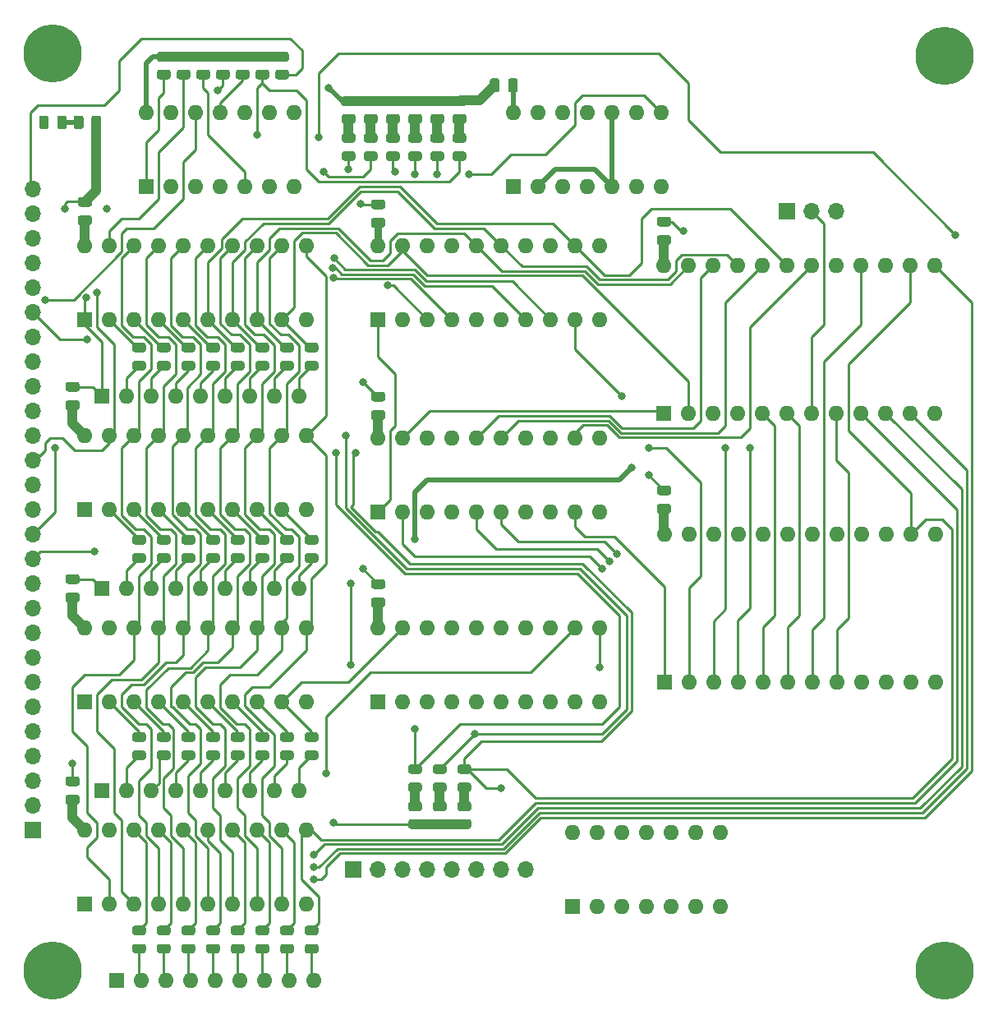
<source format=gbr>
%TF.GenerationSoftware,KiCad,Pcbnew,(5.1.10-1-10_14)*%
%TF.CreationDate,2021-07-31T09:22:51-04:00*%
%TF.ProjectId,register-smd,72656769-7374-4657-922d-736d642e6b69,rev?*%
%TF.SameCoordinates,Original*%
%TF.FileFunction,Copper,L1,Top*%
%TF.FilePolarity,Positive*%
%FSLAX46Y46*%
G04 Gerber Fmt 4.6, Leading zero omitted, Abs format (unit mm)*
G04 Created by KiCad (PCBNEW (5.1.10-1-10_14)) date 2021-07-31 09:22:51*
%MOMM*%
%LPD*%
G01*
G04 APERTURE LIST*
%TA.AperFunction,ComponentPad*%
%ADD10O,1.600000X1.600000*%
%TD*%
%TA.AperFunction,ComponentPad*%
%ADD11R,1.600000X1.600000*%
%TD*%
%TA.AperFunction,ComponentPad*%
%ADD12O,1.700000X1.700000*%
%TD*%
%TA.AperFunction,ComponentPad*%
%ADD13R,1.700000X1.700000*%
%TD*%
%TA.AperFunction,ComponentPad*%
%ADD14C,0.800000*%
%TD*%
%TA.AperFunction,ComponentPad*%
%ADD15C,6.000000*%
%TD*%
%TA.AperFunction,ViaPad*%
%ADD16C,0.800000*%
%TD*%
%TA.AperFunction,Conductor*%
%ADD17C,0.250000*%
%TD*%
%TA.AperFunction,Conductor*%
%ADD18C,0.500000*%
%TD*%
%TA.AperFunction,Conductor*%
%ADD19C,1.000000*%
%TD*%
%TA.AperFunction,Conductor*%
%ADD20C,0.750000*%
%TD*%
G04 APERTURE END LIST*
D10*
%TO.P,RN2,9*%
%TO.N,Net-(D12-Pad1)*%
X104394000Y-120396000D03*
%TO.P,RN2,8*%
%TO.N,Net-(D13-Pad1)*%
X101854000Y-120396000D03*
%TO.P,RN2,7*%
%TO.N,Net-(D14-Pad1)*%
X99314000Y-120396000D03*
%TO.P,RN2,6*%
%TO.N,Net-(D15-Pad1)*%
X96774000Y-120396000D03*
%TO.P,RN2,5*%
%TO.N,Net-(D16-Pad1)*%
X94234000Y-120396000D03*
%TO.P,RN2,4*%
%TO.N,Net-(D17-Pad1)*%
X91694000Y-120396000D03*
%TO.P,RN2,3*%
%TO.N,Net-(D18-Pad1)*%
X89154000Y-120396000D03*
%TO.P,RN2,2*%
%TO.N,Net-(D19-Pad1)*%
X86614000Y-120396000D03*
D11*
%TO.P,RN2,1*%
%TO.N,-5V_IN*%
X84074000Y-120396000D03*
%TD*%
%TO.P,R11,2*%
%TO.N,-5V_IN*%
%TA.AperFunction,SMDPad,CuDef*%
G36*
G01*
X112210001Y-90532000D02*
X111309999Y-90532000D01*
G75*
G02*
X111060000Y-90282001I0J249999D01*
G01*
X111060000Y-89756999D01*
G75*
G02*
X111309999Y-89507000I249999J0D01*
G01*
X112210001Y-89507000D01*
G75*
G02*
X112460000Y-89756999I0J-249999D01*
G01*
X112460000Y-90282001D01*
G75*
G02*
X112210001Y-90532000I-249999J0D01*
G01*
G37*
%TD.AperFunction*%
%TO.P,R11,1*%
%TO.N,Net-(D21-Pad1)*%
%TA.AperFunction,SMDPad,CuDef*%
G36*
G01*
X112210001Y-92357000D02*
X111309999Y-92357000D01*
G75*
G02*
X111060000Y-92107001I0J249999D01*
G01*
X111060000Y-91581999D01*
G75*
G02*
X111309999Y-91332000I249999J0D01*
G01*
X112210001Y-91332000D01*
G75*
G02*
X112460000Y-91581999I0J-249999D01*
G01*
X112460000Y-92107001D01*
G75*
G02*
X112210001Y-92357000I-249999J0D01*
G01*
G37*
%TD.AperFunction*%
%TD*%
%TO.P,R10,2*%
%TO.N,-5V_IN*%
%TA.AperFunction,SMDPad,CuDef*%
G36*
G01*
X109924001Y-90532000D02*
X109023999Y-90532000D01*
G75*
G02*
X108774000Y-90282001I0J249999D01*
G01*
X108774000Y-89756999D01*
G75*
G02*
X109023999Y-89507000I249999J0D01*
G01*
X109924001Y-89507000D01*
G75*
G02*
X110174000Y-89756999I0J-249999D01*
G01*
X110174000Y-90282001D01*
G75*
G02*
X109924001Y-90532000I-249999J0D01*
G01*
G37*
%TD.AperFunction*%
%TO.P,R10,1*%
%TO.N,Net-(D20-Pad1)*%
%TA.AperFunction,SMDPad,CuDef*%
G36*
G01*
X109924001Y-92357000D02*
X109023999Y-92357000D01*
G75*
G02*
X108774000Y-92107001I0J249999D01*
G01*
X108774000Y-91581999D01*
G75*
G02*
X109023999Y-91332000I249999J0D01*
G01*
X109924001Y-91332000D01*
G75*
G02*
X110174000Y-91581999I0J-249999D01*
G01*
X110174000Y-92107001D01*
G75*
G02*
X109924001Y-92357000I-249999J0D01*
G01*
G37*
%TD.AperFunction*%
%TD*%
%TO.P,D21,2*%
%TO.N,AO*%
%TA.AperFunction,SMDPad,CuDef*%
G36*
G01*
X111303750Y-95192000D02*
X112216250Y-95192000D01*
G75*
G02*
X112460000Y-95435750I0J-243750D01*
G01*
X112460000Y-95923250D01*
G75*
G02*
X112216250Y-96167000I-243750J0D01*
G01*
X111303750Y-96167000D01*
G75*
G02*
X111060000Y-95923250I0J243750D01*
G01*
X111060000Y-95435750D01*
G75*
G02*
X111303750Y-95192000I243750J0D01*
G01*
G37*
%TD.AperFunction*%
%TO.P,D21,1*%
%TO.N,Net-(D21-Pad1)*%
%TA.AperFunction,SMDPad,CuDef*%
G36*
G01*
X111303750Y-93317000D02*
X112216250Y-93317000D01*
G75*
G02*
X112460000Y-93560750I0J-243750D01*
G01*
X112460000Y-94048250D01*
G75*
G02*
X112216250Y-94292000I-243750J0D01*
G01*
X111303750Y-94292000D01*
G75*
G02*
X111060000Y-94048250I0J243750D01*
G01*
X111060000Y-93560750D01*
G75*
G02*
X111303750Y-93317000I243750J0D01*
G01*
G37*
%TD.AperFunction*%
%TD*%
%TO.P,D20,2*%
%TO.N,/A_IN_CP*%
%TA.AperFunction,SMDPad,CuDef*%
G36*
G01*
X109025750Y-95192000D02*
X109938250Y-95192000D01*
G75*
G02*
X110182000Y-95435750I0J-243750D01*
G01*
X110182000Y-95923250D01*
G75*
G02*
X109938250Y-96167000I-243750J0D01*
G01*
X109025750Y-96167000D01*
G75*
G02*
X108782000Y-95923250I0J243750D01*
G01*
X108782000Y-95435750D01*
G75*
G02*
X109025750Y-95192000I243750J0D01*
G01*
G37*
%TD.AperFunction*%
%TO.P,D20,1*%
%TO.N,Net-(D20-Pad1)*%
%TA.AperFunction,SMDPad,CuDef*%
G36*
G01*
X109025750Y-93317000D02*
X109938250Y-93317000D01*
G75*
G02*
X110182000Y-93560750I0J-243750D01*
G01*
X110182000Y-94048250D01*
G75*
G02*
X109938250Y-94292000I-243750J0D01*
G01*
X109025750Y-94292000D01*
G75*
G02*
X108782000Y-94048250I0J243750D01*
G01*
X108782000Y-93560750D01*
G75*
G02*
X109025750Y-93317000I243750J0D01*
G01*
G37*
%TD.AperFunction*%
%TD*%
%TO.P,D19,2*%
%TO.N,/A7*%
%TA.AperFunction,SMDPad,CuDef*%
G36*
G01*
X88340250Y-115882000D02*
X87427750Y-115882000D01*
G75*
G02*
X87184000Y-115638250I0J243750D01*
G01*
X87184000Y-115150750D01*
G75*
G02*
X87427750Y-114907000I243750J0D01*
G01*
X88340250Y-114907000D01*
G75*
G02*
X88584000Y-115150750I0J-243750D01*
G01*
X88584000Y-115638250D01*
G75*
G02*
X88340250Y-115882000I-243750J0D01*
G01*
G37*
%TD.AperFunction*%
%TO.P,D19,1*%
%TO.N,Net-(D19-Pad1)*%
%TA.AperFunction,SMDPad,CuDef*%
G36*
G01*
X88340250Y-117757000D02*
X87427750Y-117757000D01*
G75*
G02*
X87184000Y-117513250I0J243750D01*
G01*
X87184000Y-117025750D01*
G75*
G02*
X87427750Y-116782000I243750J0D01*
G01*
X88340250Y-116782000D01*
G75*
G02*
X88584000Y-117025750I0J-243750D01*
G01*
X88584000Y-117513250D01*
G75*
G02*
X88340250Y-117757000I-243750J0D01*
G01*
G37*
%TD.AperFunction*%
%TD*%
%TO.P,D18,2*%
%TO.N,/A6*%
%TA.AperFunction,SMDPad,CuDef*%
G36*
G01*
X90880250Y-115882000D02*
X89967750Y-115882000D01*
G75*
G02*
X89724000Y-115638250I0J243750D01*
G01*
X89724000Y-115150750D01*
G75*
G02*
X89967750Y-114907000I243750J0D01*
G01*
X90880250Y-114907000D01*
G75*
G02*
X91124000Y-115150750I0J-243750D01*
G01*
X91124000Y-115638250D01*
G75*
G02*
X90880250Y-115882000I-243750J0D01*
G01*
G37*
%TD.AperFunction*%
%TO.P,D18,1*%
%TO.N,Net-(D18-Pad1)*%
%TA.AperFunction,SMDPad,CuDef*%
G36*
G01*
X90880250Y-117757000D02*
X89967750Y-117757000D01*
G75*
G02*
X89724000Y-117513250I0J243750D01*
G01*
X89724000Y-117025750D01*
G75*
G02*
X89967750Y-116782000I243750J0D01*
G01*
X90880250Y-116782000D01*
G75*
G02*
X91124000Y-117025750I0J-243750D01*
G01*
X91124000Y-117513250D01*
G75*
G02*
X90880250Y-117757000I-243750J0D01*
G01*
G37*
%TD.AperFunction*%
%TD*%
%TO.P,D17,2*%
%TO.N,/A5*%
%TA.AperFunction,SMDPad,CuDef*%
G36*
G01*
X93420250Y-115882000D02*
X92507750Y-115882000D01*
G75*
G02*
X92264000Y-115638250I0J243750D01*
G01*
X92264000Y-115150750D01*
G75*
G02*
X92507750Y-114907000I243750J0D01*
G01*
X93420250Y-114907000D01*
G75*
G02*
X93664000Y-115150750I0J-243750D01*
G01*
X93664000Y-115638250D01*
G75*
G02*
X93420250Y-115882000I-243750J0D01*
G01*
G37*
%TD.AperFunction*%
%TO.P,D17,1*%
%TO.N,Net-(D17-Pad1)*%
%TA.AperFunction,SMDPad,CuDef*%
G36*
G01*
X93420250Y-117757000D02*
X92507750Y-117757000D01*
G75*
G02*
X92264000Y-117513250I0J243750D01*
G01*
X92264000Y-117025750D01*
G75*
G02*
X92507750Y-116782000I243750J0D01*
G01*
X93420250Y-116782000D01*
G75*
G02*
X93664000Y-117025750I0J-243750D01*
G01*
X93664000Y-117513250D01*
G75*
G02*
X93420250Y-117757000I-243750J0D01*
G01*
G37*
%TD.AperFunction*%
%TD*%
%TO.P,D16,2*%
%TO.N,/A4*%
%TA.AperFunction,SMDPad,CuDef*%
G36*
G01*
X95960250Y-115882000D02*
X95047750Y-115882000D01*
G75*
G02*
X94804000Y-115638250I0J243750D01*
G01*
X94804000Y-115150750D01*
G75*
G02*
X95047750Y-114907000I243750J0D01*
G01*
X95960250Y-114907000D01*
G75*
G02*
X96204000Y-115150750I0J-243750D01*
G01*
X96204000Y-115638250D01*
G75*
G02*
X95960250Y-115882000I-243750J0D01*
G01*
G37*
%TD.AperFunction*%
%TO.P,D16,1*%
%TO.N,Net-(D16-Pad1)*%
%TA.AperFunction,SMDPad,CuDef*%
G36*
G01*
X95960250Y-117757000D02*
X95047750Y-117757000D01*
G75*
G02*
X94804000Y-117513250I0J243750D01*
G01*
X94804000Y-117025750D01*
G75*
G02*
X95047750Y-116782000I243750J0D01*
G01*
X95960250Y-116782000D01*
G75*
G02*
X96204000Y-117025750I0J-243750D01*
G01*
X96204000Y-117513250D01*
G75*
G02*
X95960250Y-117757000I-243750J0D01*
G01*
G37*
%TD.AperFunction*%
%TD*%
%TO.P,D15,2*%
%TO.N,/A3*%
%TA.AperFunction,SMDPad,CuDef*%
G36*
G01*
X98500250Y-115882000D02*
X97587750Y-115882000D01*
G75*
G02*
X97344000Y-115638250I0J243750D01*
G01*
X97344000Y-115150750D01*
G75*
G02*
X97587750Y-114907000I243750J0D01*
G01*
X98500250Y-114907000D01*
G75*
G02*
X98744000Y-115150750I0J-243750D01*
G01*
X98744000Y-115638250D01*
G75*
G02*
X98500250Y-115882000I-243750J0D01*
G01*
G37*
%TD.AperFunction*%
%TO.P,D15,1*%
%TO.N,Net-(D15-Pad1)*%
%TA.AperFunction,SMDPad,CuDef*%
G36*
G01*
X98500250Y-117757000D02*
X97587750Y-117757000D01*
G75*
G02*
X97344000Y-117513250I0J243750D01*
G01*
X97344000Y-117025750D01*
G75*
G02*
X97587750Y-116782000I243750J0D01*
G01*
X98500250Y-116782000D01*
G75*
G02*
X98744000Y-117025750I0J-243750D01*
G01*
X98744000Y-117513250D01*
G75*
G02*
X98500250Y-117757000I-243750J0D01*
G01*
G37*
%TD.AperFunction*%
%TD*%
%TO.P,D14,2*%
%TO.N,/A2*%
%TA.AperFunction,SMDPad,CuDef*%
G36*
G01*
X101040250Y-115882000D02*
X100127750Y-115882000D01*
G75*
G02*
X99884000Y-115638250I0J243750D01*
G01*
X99884000Y-115150750D01*
G75*
G02*
X100127750Y-114907000I243750J0D01*
G01*
X101040250Y-114907000D01*
G75*
G02*
X101284000Y-115150750I0J-243750D01*
G01*
X101284000Y-115638250D01*
G75*
G02*
X101040250Y-115882000I-243750J0D01*
G01*
G37*
%TD.AperFunction*%
%TO.P,D14,1*%
%TO.N,Net-(D14-Pad1)*%
%TA.AperFunction,SMDPad,CuDef*%
G36*
G01*
X101040250Y-117757000D02*
X100127750Y-117757000D01*
G75*
G02*
X99884000Y-117513250I0J243750D01*
G01*
X99884000Y-117025750D01*
G75*
G02*
X100127750Y-116782000I243750J0D01*
G01*
X101040250Y-116782000D01*
G75*
G02*
X101284000Y-117025750I0J-243750D01*
G01*
X101284000Y-117513250D01*
G75*
G02*
X101040250Y-117757000I-243750J0D01*
G01*
G37*
%TD.AperFunction*%
%TD*%
%TO.P,D13,2*%
%TO.N,/A1*%
%TA.AperFunction,SMDPad,CuDef*%
G36*
G01*
X103580250Y-115882000D02*
X102667750Y-115882000D01*
G75*
G02*
X102424000Y-115638250I0J243750D01*
G01*
X102424000Y-115150750D01*
G75*
G02*
X102667750Y-114907000I243750J0D01*
G01*
X103580250Y-114907000D01*
G75*
G02*
X103824000Y-115150750I0J-243750D01*
G01*
X103824000Y-115638250D01*
G75*
G02*
X103580250Y-115882000I-243750J0D01*
G01*
G37*
%TD.AperFunction*%
%TO.P,D13,1*%
%TO.N,Net-(D13-Pad1)*%
%TA.AperFunction,SMDPad,CuDef*%
G36*
G01*
X103580250Y-117757000D02*
X102667750Y-117757000D01*
G75*
G02*
X102424000Y-117513250I0J243750D01*
G01*
X102424000Y-117025750D01*
G75*
G02*
X102667750Y-116782000I243750J0D01*
G01*
X103580250Y-116782000D01*
G75*
G02*
X103824000Y-117025750I0J-243750D01*
G01*
X103824000Y-117513250D01*
G75*
G02*
X103580250Y-117757000I-243750J0D01*
G01*
G37*
%TD.AperFunction*%
%TD*%
%TO.P,D12,2*%
%TO.N,/A0*%
%TA.AperFunction,SMDPad,CuDef*%
G36*
G01*
X106120250Y-115882000D02*
X105207750Y-115882000D01*
G75*
G02*
X104964000Y-115638250I0J243750D01*
G01*
X104964000Y-115150750D01*
G75*
G02*
X105207750Y-114907000I243750J0D01*
G01*
X106120250Y-114907000D01*
G75*
G02*
X106364000Y-115150750I0J-243750D01*
G01*
X106364000Y-115638250D01*
G75*
G02*
X106120250Y-115882000I-243750J0D01*
G01*
G37*
%TD.AperFunction*%
%TO.P,D12,1*%
%TO.N,Net-(D12-Pad1)*%
%TA.AperFunction,SMDPad,CuDef*%
G36*
G01*
X106120250Y-117757000D02*
X105207750Y-117757000D01*
G75*
G02*
X104964000Y-117513250I0J243750D01*
G01*
X104964000Y-117025750D01*
G75*
G02*
X105207750Y-116782000I243750J0D01*
G01*
X106120250Y-116782000D01*
G75*
G02*
X106364000Y-117025750I0J-243750D01*
G01*
X106364000Y-117513250D01*
G75*
G02*
X106120250Y-117757000I-243750J0D01*
G01*
G37*
%TD.AperFunction*%
%TD*%
D10*
%TO.P,RN3,9*%
%TO.N,Net-(D22-Pad1)*%
X104394000Y-140208000D03*
%TO.P,RN3,8*%
%TO.N,Net-(D23-Pad1)*%
X101854000Y-140208000D03*
%TO.P,RN3,7*%
%TO.N,Net-(D24-Pad1)*%
X99314000Y-140208000D03*
%TO.P,RN3,6*%
%TO.N,Net-(D25-Pad1)*%
X96774000Y-140208000D03*
%TO.P,RN3,5*%
%TO.N,Net-(D26-Pad1)*%
X94234000Y-140208000D03*
%TO.P,RN3,4*%
%TO.N,Net-(D27-Pad1)*%
X91694000Y-140208000D03*
%TO.P,RN3,3*%
%TO.N,Net-(D28-Pad1)*%
X89154000Y-140208000D03*
%TO.P,RN3,2*%
%TO.N,Net-(D29-Pad1)*%
X86614000Y-140208000D03*
D11*
%TO.P,RN3,1*%
%TO.N,-5V_IN*%
X84074000Y-140208000D03*
%TD*%
%TO.P,R14,2*%
%TO.N,-5V_IN*%
%TA.AperFunction,SMDPad,CuDef*%
G36*
G01*
X116782001Y-90532000D02*
X115881999Y-90532000D01*
G75*
G02*
X115632000Y-90282001I0J249999D01*
G01*
X115632000Y-89756999D01*
G75*
G02*
X115881999Y-89507000I249999J0D01*
G01*
X116782001Y-89507000D01*
G75*
G02*
X117032000Y-89756999I0J-249999D01*
G01*
X117032000Y-90282001D01*
G75*
G02*
X116782001Y-90532000I-249999J0D01*
G01*
G37*
%TD.AperFunction*%
%TO.P,R14,1*%
%TO.N,Net-(D31-Pad1)*%
%TA.AperFunction,SMDPad,CuDef*%
G36*
G01*
X116782001Y-92357000D02*
X115881999Y-92357000D01*
G75*
G02*
X115632000Y-92107001I0J249999D01*
G01*
X115632000Y-91581999D01*
G75*
G02*
X115881999Y-91332000I249999J0D01*
G01*
X116782001Y-91332000D01*
G75*
G02*
X117032000Y-91581999I0J-249999D01*
G01*
X117032000Y-92107001D01*
G75*
G02*
X116782001Y-92357000I-249999J0D01*
G01*
G37*
%TD.AperFunction*%
%TD*%
%TO.P,R13,2*%
%TO.N,-5V_IN*%
%TA.AperFunction,SMDPad,CuDef*%
G36*
G01*
X114496001Y-90532000D02*
X113595999Y-90532000D01*
G75*
G02*
X113346000Y-90282001I0J249999D01*
G01*
X113346000Y-89756999D01*
G75*
G02*
X113595999Y-89507000I249999J0D01*
G01*
X114496001Y-89507000D01*
G75*
G02*
X114746000Y-89756999I0J-249999D01*
G01*
X114746000Y-90282001D01*
G75*
G02*
X114496001Y-90532000I-249999J0D01*
G01*
G37*
%TD.AperFunction*%
%TO.P,R13,1*%
%TO.N,Net-(D30-Pad1)*%
%TA.AperFunction,SMDPad,CuDef*%
G36*
G01*
X114496001Y-92357000D02*
X113595999Y-92357000D01*
G75*
G02*
X113346000Y-92107001I0J249999D01*
G01*
X113346000Y-91581999D01*
G75*
G02*
X113595999Y-91332000I249999J0D01*
G01*
X114496001Y-91332000D01*
G75*
G02*
X114746000Y-91581999I0J-249999D01*
G01*
X114746000Y-92107001D01*
G75*
G02*
X114496001Y-92357000I-249999J0D01*
G01*
G37*
%TD.AperFunction*%
%TD*%
%TO.P,D31,2*%
%TO.N,BO*%
%TA.AperFunction,SMDPad,CuDef*%
G36*
G01*
X115875750Y-95192000D02*
X116788250Y-95192000D01*
G75*
G02*
X117032000Y-95435750I0J-243750D01*
G01*
X117032000Y-95923250D01*
G75*
G02*
X116788250Y-96167000I-243750J0D01*
G01*
X115875750Y-96167000D01*
G75*
G02*
X115632000Y-95923250I0J243750D01*
G01*
X115632000Y-95435750D01*
G75*
G02*
X115875750Y-95192000I243750J0D01*
G01*
G37*
%TD.AperFunction*%
%TO.P,D31,1*%
%TO.N,Net-(D31-Pad1)*%
%TA.AperFunction,SMDPad,CuDef*%
G36*
G01*
X115875750Y-93317000D02*
X116788250Y-93317000D01*
G75*
G02*
X117032000Y-93560750I0J-243750D01*
G01*
X117032000Y-94048250D01*
G75*
G02*
X116788250Y-94292000I-243750J0D01*
G01*
X115875750Y-94292000D01*
G75*
G02*
X115632000Y-94048250I0J243750D01*
G01*
X115632000Y-93560750D01*
G75*
G02*
X115875750Y-93317000I243750J0D01*
G01*
G37*
%TD.AperFunction*%
%TD*%
%TO.P,D30,2*%
%TO.N,/B_IN_CP*%
%TA.AperFunction,SMDPad,CuDef*%
G36*
G01*
X113589750Y-95192000D02*
X114502250Y-95192000D01*
G75*
G02*
X114746000Y-95435750I0J-243750D01*
G01*
X114746000Y-95923250D01*
G75*
G02*
X114502250Y-96167000I-243750J0D01*
G01*
X113589750Y-96167000D01*
G75*
G02*
X113346000Y-95923250I0J243750D01*
G01*
X113346000Y-95435750D01*
G75*
G02*
X113589750Y-95192000I243750J0D01*
G01*
G37*
%TD.AperFunction*%
%TO.P,D30,1*%
%TO.N,Net-(D30-Pad1)*%
%TA.AperFunction,SMDPad,CuDef*%
G36*
G01*
X113589750Y-93317000D02*
X114502250Y-93317000D01*
G75*
G02*
X114746000Y-93560750I0J-243750D01*
G01*
X114746000Y-94048250D01*
G75*
G02*
X114502250Y-94292000I-243750J0D01*
G01*
X113589750Y-94292000D01*
G75*
G02*
X113346000Y-94048250I0J243750D01*
G01*
X113346000Y-93560750D01*
G75*
G02*
X113589750Y-93317000I243750J0D01*
G01*
G37*
%TD.AperFunction*%
%TD*%
%TO.P,D29,2*%
%TO.N,/B7*%
%TA.AperFunction,SMDPad,CuDef*%
G36*
G01*
X88340250Y-135694000D02*
X87427750Y-135694000D01*
G75*
G02*
X87184000Y-135450250I0J243750D01*
G01*
X87184000Y-134962750D01*
G75*
G02*
X87427750Y-134719000I243750J0D01*
G01*
X88340250Y-134719000D01*
G75*
G02*
X88584000Y-134962750I0J-243750D01*
G01*
X88584000Y-135450250D01*
G75*
G02*
X88340250Y-135694000I-243750J0D01*
G01*
G37*
%TD.AperFunction*%
%TO.P,D29,1*%
%TO.N,Net-(D29-Pad1)*%
%TA.AperFunction,SMDPad,CuDef*%
G36*
G01*
X88340250Y-137569000D02*
X87427750Y-137569000D01*
G75*
G02*
X87184000Y-137325250I0J243750D01*
G01*
X87184000Y-136837750D01*
G75*
G02*
X87427750Y-136594000I243750J0D01*
G01*
X88340250Y-136594000D01*
G75*
G02*
X88584000Y-136837750I0J-243750D01*
G01*
X88584000Y-137325250D01*
G75*
G02*
X88340250Y-137569000I-243750J0D01*
G01*
G37*
%TD.AperFunction*%
%TD*%
%TO.P,D28,2*%
%TO.N,/B6*%
%TA.AperFunction,SMDPad,CuDef*%
G36*
G01*
X90880250Y-135694000D02*
X89967750Y-135694000D01*
G75*
G02*
X89724000Y-135450250I0J243750D01*
G01*
X89724000Y-134962750D01*
G75*
G02*
X89967750Y-134719000I243750J0D01*
G01*
X90880250Y-134719000D01*
G75*
G02*
X91124000Y-134962750I0J-243750D01*
G01*
X91124000Y-135450250D01*
G75*
G02*
X90880250Y-135694000I-243750J0D01*
G01*
G37*
%TD.AperFunction*%
%TO.P,D28,1*%
%TO.N,Net-(D28-Pad1)*%
%TA.AperFunction,SMDPad,CuDef*%
G36*
G01*
X90880250Y-137569000D02*
X89967750Y-137569000D01*
G75*
G02*
X89724000Y-137325250I0J243750D01*
G01*
X89724000Y-136837750D01*
G75*
G02*
X89967750Y-136594000I243750J0D01*
G01*
X90880250Y-136594000D01*
G75*
G02*
X91124000Y-136837750I0J-243750D01*
G01*
X91124000Y-137325250D01*
G75*
G02*
X90880250Y-137569000I-243750J0D01*
G01*
G37*
%TD.AperFunction*%
%TD*%
%TO.P,D27,2*%
%TO.N,/B5*%
%TA.AperFunction,SMDPad,CuDef*%
G36*
G01*
X93420250Y-135694000D02*
X92507750Y-135694000D01*
G75*
G02*
X92264000Y-135450250I0J243750D01*
G01*
X92264000Y-134962750D01*
G75*
G02*
X92507750Y-134719000I243750J0D01*
G01*
X93420250Y-134719000D01*
G75*
G02*
X93664000Y-134962750I0J-243750D01*
G01*
X93664000Y-135450250D01*
G75*
G02*
X93420250Y-135694000I-243750J0D01*
G01*
G37*
%TD.AperFunction*%
%TO.P,D27,1*%
%TO.N,Net-(D27-Pad1)*%
%TA.AperFunction,SMDPad,CuDef*%
G36*
G01*
X93420250Y-137569000D02*
X92507750Y-137569000D01*
G75*
G02*
X92264000Y-137325250I0J243750D01*
G01*
X92264000Y-136837750D01*
G75*
G02*
X92507750Y-136594000I243750J0D01*
G01*
X93420250Y-136594000D01*
G75*
G02*
X93664000Y-136837750I0J-243750D01*
G01*
X93664000Y-137325250D01*
G75*
G02*
X93420250Y-137569000I-243750J0D01*
G01*
G37*
%TD.AperFunction*%
%TD*%
%TO.P,D26,2*%
%TO.N,/B4*%
%TA.AperFunction,SMDPad,CuDef*%
G36*
G01*
X95960250Y-135694000D02*
X95047750Y-135694000D01*
G75*
G02*
X94804000Y-135450250I0J243750D01*
G01*
X94804000Y-134962750D01*
G75*
G02*
X95047750Y-134719000I243750J0D01*
G01*
X95960250Y-134719000D01*
G75*
G02*
X96204000Y-134962750I0J-243750D01*
G01*
X96204000Y-135450250D01*
G75*
G02*
X95960250Y-135694000I-243750J0D01*
G01*
G37*
%TD.AperFunction*%
%TO.P,D26,1*%
%TO.N,Net-(D26-Pad1)*%
%TA.AperFunction,SMDPad,CuDef*%
G36*
G01*
X95960250Y-137569000D02*
X95047750Y-137569000D01*
G75*
G02*
X94804000Y-137325250I0J243750D01*
G01*
X94804000Y-136837750D01*
G75*
G02*
X95047750Y-136594000I243750J0D01*
G01*
X95960250Y-136594000D01*
G75*
G02*
X96204000Y-136837750I0J-243750D01*
G01*
X96204000Y-137325250D01*
G75*
G02*
X95960250Y-137569000I-243750J0D01*
G01*
G37*
%TD.AperFunction*%
%TD*%
%TO.P,D25,2*%
%TO.N,/B3*%
%TA.AperFunction,SMDPad,CuDef*%
G36*
G01*
X98500250Y-135694000D02*
X97587750Y-135694000D01*
G75*
G02*
X97344000Y-135450250I0J243750D01*
G01*
X97344000Y-134962750D01*
G75*
G02*
X97587750Y-134719000I243750J0D01*
G01*
X98500250Y-134719000D01*
G75*
G02*
X98744000Y-134962750I0J-243750D01*
G01*
X98744000Y-135450250D01*
G75*
G02*
X98500250Y-135694000I-243750J0D01*
G01*
G37*
%TD.AperFunction*%
%TO.P,D25,1*%
%TO.N,Net-(D25-Pad1)*%
%TA.AperFunction,SMDPad,CuDef*%
G36*
G01*
X98500250Y-137569000D02*
X97587750Y-137569000D01*
G75*
G02*
X97344000Y-137325250I0J243750D01*
G01*
X97344000Y-136837750D01*
G75*
G02*
X97587750Y-136594000I243750J0D01*
G01*
X98500250Y-136594000D01*
G75*
G02*
X98744000Y-136837750I0J-243750D01*
G01*
X98744000Y-137325250D01*
G75*
G02*
X98500250Y-137569000I-243750J0D01*
G01*
G37*
%TD.AperFunction*%
%TD*%
%TO.P,D24,2*%
%TO.N,/B2*%
%TA.AperFunction,SMDPad,CuDef*%
G36*
G01*
X101040250Y-135694000D02*
X100127750Y-135694000D01*
G75*
G02*
X99884000Y-135450250I0J243750D01*
G01*
X99884000Y-134962750D01*
G75*
G02*
X100127750Y-134719000I243750J0D01*
G01*
X101040250Y-134719000D01*
G75*
G02*
X101284000Y-134962750I0J-243750D01*
G01*
X101284000Y-135450250D01*
G75*
G02*
X101040250Y-135694000I-243750J0D01*
G01*
G37*
%TD.AperFunction*%
%TO.P,D24,1*%
%TO.N,Net-(D24-Pad1)*%
%TA.AperFunction,SMDPad,CuDef*%
G36*
G01*
X101040250Y-137569000D02*
X100127750Y-137569000D01*
G75*
G02*
X99884000Y-137325250I0J243750D01*
G01*
X99884000Y-136837750D01*
G75*
G02*
X100127750Y-136594000I243750J0D01*
G01*
X101040250Y-136594000D01*
G75*
G02*
X101284000Y-136837750I0J-243750D01*
G01*
X101284000Y-137325250D01*
G75*
G02*
X101040250Y-137569000I-243750J0D01*
G01*
G37*
%TD.AperFunction*%
%TD*%
%TO.P,D23,2*%
%TO.N,/B1*%
%TA.AperFunction,SMDPad,CuDef*%
G36*
G01*
X103580250Y-135694000D02*
X102667750Y-135694000D01*
G75*
G02*
X102424000Y-135450250I0J243750D01*
G01*
X102424000Y-134962750D01*
G75*
G02*
X102667750Y-134719000I243750J0D01*
G01*
X103580250Y-134719000D01*
G75*
G02*
X103824000Y-134962750I0J-243750D01*
G01*
X103824000Y-135450250D01*
G75*
G02*
X103580250Y-135694000I-243750J0D01*
G01*
G37*
%TD.AperFunction*%
%TO.P,D23,1*%
%TO.N,Net-(D23-Pad1)*%
%TA.AperFunction,SMDPad,CuDef*%
G36*
G01*
X103580250Y-137569000D02*
X102667750Y-137569000D01*
G75*
G02*
X102424000Y-137325250I0J243750D01*
G01*
X102424000Y-136837750D01*
G75*
G02*
X102667750Y-136594000I243750J0D01*
G01*
X103580250Y-136594000D01*
G75*
G02*
X103824000Y-136837750I0J-243750D01*
G01*
X103824000Y-137325250D01*
G75*
G02*
X103580250Y-137569000I-243750J0D01*
G01*
G37*
%TD.AperFunction*%
%TD*%
%TO.P,D22,2*%
%TO.N,/B0*%
%TA.AperFunction,SMDPad,CuDef*%
G36*
G01*
X106120250Y-135694000D02*
X105207750Y-135694000D01*
G75*
G02*
X104964000Y-135450250I0J243750D01*
G01*
X104964000Y-134962750D01*
G75*
G02*
X105207750Y-134719000I243750J0D01*
G01*
X106120250Y-134719000D01*
G75*
G02*
X106364000Y-134962750I0J-243750D01*
G01*
X106364000Y-135450250D01*
G75*
G02*
X106120250Y-135694000I-243750J0D01*
G01*
G37*
%TD.AperFunction*%
%TO.P,D22,1*%
%TO.N,Net-(D22-Pad1)*%
%TA.AperFunction,SMDPad,CuDef*%
G36*
G01*
X106120250Y-137569000D02*
X105207750Y-137569000D01*
G75*
G02*
X104964000Y-137325250I0J243750D01*
G01*
X104964000Y-136837750D01*
G75*
G02*
X105207750Y-136594000I243750J0D01*
G01*
X106120250Y-136594000D01*
G75*
G02*
X106364000Y-136837750I0J-243750D01*
G01*
X106364000Y-137325250D01*
G75*
G02*
X106120250Y-137569000I-243750J0D01*
G01*
G37*
%TD.AperFunction*%
%TD*%
D10*
%TO.P,RN4,9*%
%TO.N,Net-(D32-Pad1)*%
X104394000Y-161036000D03*
%TO.P,RN4,8*%
%TO.N,Net-(D33-Pad1)*%
X101854000Y-161036000D03*
%TO.P,RN4,7*%
%TO.N,Net-(D34-Pad1)*%
X99314000Y-161036000D03*
%TO.P,RN4,6*%
%TO.N,Net-(D35-Pad1)*%
X96774000Y-161036000D03*
%TO.P,RN4,5*%
%TO.N,Net-(D36-Pad1)*%
X94234000Y-161036000D03*
%TO.P,RN4,4*%
%TO.N,Net-(D37-Pad1)*%
X91694000Y-161036000D03*
%TO.P,RN4,3*%
%TO.N,Net-(D38-Pad1)*%
X89154000Y-161036000D03*
%TO.P,RN4,2*%
%TO.N,Net-(D39-Pad1)*%
X86614000Y-161036000D03*
D11*
%TO.P,RN4,1*%
%TO.N,-5V_IN*%
X84074000Y-161036000D03*
%TD*%
%TO.P,R17,1*%
%TO.N,Net-(D42-Pad1)*%
%TA.AperFunction,SMDPad,CuDef*%
G36*
G01*
X81125000Y-92652001D02*
X81125000Y-91751999D01*
G75*
G02*
X81374999Y-91502000I249999J0D01*
G01*
X81900001Y-91502000D01*
G75*
G02*
X82150000Y-91751999I0J-249999D01*
G01*
X82150000Y-92652001D01*
G75*
G02*
X81900001Y-92902000I-249999J0D01*
G01*
X81374999Y-92902000D01*
G75*
G02*
X81125000Y-92652001I0J249999D01*
G01*
G37*
%TD.AperFunction*%
%TO.P,R17,2*%
%TO.N,-5V_IN*%
%TA.AperFunction,SMDPad,CuDef*%
G36*
G01*
X82950000Y-92652001D02*
X82950000Y-91751999D01*
G75*
G02*
X83199999Y-91502000I249999J0D01*
G01*
X83725001Y-91502000D01*
G75*
G02*
X83975000Y-91751999I0J-249999D01*
G01*
X83975000Y-92652001D01*
G75*
G02*
X83725001Y-92902000I-249999J0D01*
G01*
X83199999Y-92902000D01*
G75*
G02*
X82950000Y-92652001I0J249999D01*
G01*
G37*
%TD.AperFunction*%
%TD*%
%TO.P,R16,2*%
%TO.N,-5V_IN*%
%TA.AperFunction,SMDPad,CuDef*%
G36*
G01*
X121354001Y-90532000D02*
X120453999Y-90532000D01*
G75*
G02*
X120204000Y-90282001I0J249999D01*
G01*
X120204000Y-89756999D01*
G75*
G02*
X120453999Y-89507000I249999J0D01*
G01*
X121354001Y-89507000D01*
G75*
G02*
X121604000Y-89756999I0J-249999D01*
G01*
X121604000Y-90282001D01*
G75*
G02*
X121354001Y-90532000I-249999J0D01*
G01*
G37*
%TD.AperFunction*%
%TO.P,R16,1*%
%TO.N,Net-(D41-Pad1)*%
%TA.AperFunction,SMDPad,CuDef*%
G36*
G01*
X121354001Y-92357000D02*
X120453999Y-92357000D01*
G75*
G02*
X120204000Y-92107001I0J249999D01*
G01*
X120204000Y-91581999D01*
G75*
G02*
X120453999Y-91332000I249999J0D01*
G01*
X121354001Y-91332000D01*
G75*
G02*
X121604000Y-91581999I0J-249999D01*
G01*
X121604000Y-92107001D01*
G75*
G02*
X121354001Y-92357000I-249999J0D01*
G01*
G37*
%TD.AperFunction*%
%TD*%
%TO.P,R15,2*%
%TO.N,-5V_IN*%
%TA.AperFunction,SMDPad,CuDef*%
G36*
G01*
X119068001Y-90532000D02*
X118167999Y-90532000D01*
G75*
G02*
X117918000Y-90282001I0J249999D01*
G01*
X117918000Y-89756999D01*
G75*
G02*
X118167999Y-89507000I249999J0D01*
G01*
X119068001Y-89507000D01*
G75*
G02*
X119318000Y-89756999I0J-249999D01*
G01*
X119318000Y-90282001D01*
G75*
G02*
X119068001Y-90532000I-249999J0D01*
G01*
G37*
%TD.AperFunction*%
%TO.P,R15,1*%
%TO.N,Net-(D40-Pad1)*%
%TA.AperFunction,SMDPad,CuDef*%
G36*
G01*
X119068001Y-92357000D02*
X118167999Y-92357000D01*
G75*
G02*
X117918000Y-92107001I0J249999D01*
G01*
X117918000Y-91581999D01*
G75*
G02*
X118167999Y-91332000I249999J0D01*
G01*
X119068001Y-91332000D01*
G75*
G02*
X119318000Y-91581999I0J-249999D01*
G01*
X119318000Y-92107001D01*
G75*
G02*
X119068001Y-92357000I-249999J0D01*
G01*
G37*
%TD.AperFunction*%
%TD*%
%TO.P,D42,1*%
%TO.N,Net-(D42-Pad1)*%
%TA.AperFunction,SMDPad,CuDef*%
G36*
G01*
X80419000Y-91745750D02*
X80419000Y-92658250D01*
G75*
G02*
X80175250Y-92902000I-243750J0D01*
G01*
X79687750Y-92902000D01*
G75*
G02*
X79444000Y-92658250I0J243750D01*
G01*
X79444000Y-91745750D01*
G75*
G02*
X79687750Y-91502000I243750J0D01*
G01*
X80175250Y-91502000D01*
G75*
G02*
X80419000Y-91745750I0J-243750D01*
G01*
G37*
%TD.AperFunction*%
%TO.P,D42,2*%
%TO.N,MR*%
%TA.AperFunction,SMDPad,CuDef*%
G36*
G01*
X78544000Y-91745750D02*
X78544000Y-92658250D01*
G75*
G02*
X78300250Y-92902000I-243750J0D01*
G01*
X77812750Y-92902000D01*
G75*
G02*
X77569000Y-92658250I0J243750D01*
G01*
X77569000Y-91745750D01*
G75*
G02*
X77812750Y-91502000I243750J0D01*
G01*
X78300250Y-91502000D01*
G75*
G02*
X78544000Y-91745750I0J-243750D01*
G01*
G37*
%TD.AperFunction*%
%TD*%
%TO.P,D41,2*%
%TO.N,CO*%
%TA.AperFunction,SMDPad,CuDef*%
G36*
G01*
X120447750Y-95192000D02*
X121360250Y-95192000D01*
G75*
G02*
X121604000Y-95435750I0J-243750D01*
G01*
X121604000Y-95923250D01*
G75*
G02*
X121360250Y-96167000I-243750J0D01*
G01*
X120447750Y-96167000D01*
G75*
G02*
X120204000Y-95923250I0J243750D01*
G01*
X120204000Y-95435750D01*
G75*
G02*
X120447750Y-95192000I243750J0D01*
G01*
G37*
%TD.AperFunction*%
%TO.P,D41,1*%
%TO.N,Net-(D41-Pad1)*%
%TA.AperFunction,SMDPad,CuDef*%
G36*
G01*
X120447750Y-93317000D02*
X121360250Y-93317000D01*
G75*
G02*
X121604000Y-93560750I0J-243750D01*
G01*
X121604000Y-94048250D01*
G75*
G02*
X121360250Y-94292000I-243750J0D01*
G01*
X120447750Y-94292000D01*
G75*
G02*
X120204000Y-94048250I0J243750D01*
G01*
X120204000Y-93560750D01*
G75*
G02*
X120447750Y-93317000I243750J0D01*
G01*
G37*
%TD.AperFunction*%
%TD*%
%TO.P,D40,2*%
%TO.N,/C_IN_CP*%
%TA.AperFunction,SMDPad,CuDef*%
G36*
G01*
X118161750Y-95192000D02*
X119074250Y-95192000D01*
G75*
G02*
X119318000Y-95435750I0J-243750D01*
G01*
X119318000Y-95923250D01*
G75*
G02*
X119074250Y-96167000I-243750J0D01*
G01*
X118161750Y-96167000D01*
G75*
G02*
X117918000Y-95923250I0J243750D01*
G01*
X117918000Y-95435750D01*
G75*
G02*
X118161750Y-95192000I243750J0D01*
G01*
G37*
%TD.AperFunction*%
%TO.P,D40,1*%
%TO.N,Net-(D40-Pad1)*%
%TA.AperFunction,SMDPad,CuDef*%
G36*
G01*
X118161750Y-93317000D02*
X119074250Y-93317000D01*
G75*
G02*
X119318000Y-93560750I0J-243750D01*
G01*
X119318000Y-94048250D01*
G75*
G02*
X119074250Y-94292000I-243750J0D01*
G01*
X118161750Y-94292000D01*
G75*
G02*
X117918000Y-94048250I0J243750D01*
G01*
X117918000Y-93560750D01*
G75*
G02*
X118161750Y-93317000I243750J0D01*
G01*
G37*
%TD.AperFunction*%
%TD*%
%TO.P,D39,2*%
%TO.N,/C7*%
%TA.AperFunction,SMDPad,CuDef*%
G36*
G01*
X88340250Y-156014000D02*
X87427750Y-156014000D01*
G75*
G02*
X87184000Y-155770250I0J243750D01*
G01*
X87184000Y-155282750D01*
G75*
G02*
X87427750Y-155039000I243750J0D01*
G01*
X88340250Y-155039000D01*
G75*
G02*
X88584000Y-155282750I0J-243750D01*
G01*
X88584000Y-155770250D01*
G75*
G02*
X88340250Y-156014000I-243750J0D01*
G01*
G37*
%TD.AperFunction*%
%TO.P,D39,1*%
%TO.N,Net-(D39-Pad1)*%
%TA.AperFunction,SMDPad,CuDef*%
G36*
G01*
X88340250Y-157889000D02*
X87427750Y-157889000D01*
G75*
G02*
X87184000Y-157645250I0J243750D01*
G01*
X87184000Y-157157750D01*
G75*
G02*
X87427750Y-156914000I243750J0D01*
G01*
X88340250Y-156914000D01*
G75*
G02*
X88584000Y-157157750I0J-243750D01*
G01*
X88584000Y-157645250D01*
G75*
G02*
X88340250Y-157889000I-243750J0D01*
G01*
G37*
%TD.AperFunction*%
%TD*%
%TO.P,D38,2*%
%TO.N,/C6*%
%TA.AperFunction,SMDPad,CuDef*%
G36*
G01*
X90880250Y-156014000D02*
X89967750Y-156014000D01*
G75*
G02*
X89724000Y-155770250I0J243750D01*
G01*
X89724000Y-155282750D01*
G75*
G02*
X89967750Y-155039000I243750J0D01*
G01*
X90880250Y-155039000D01*
G75*
G02*
X91124000Y-155282750I0J-243750D01*
G01*
X91124000Y-155770250D01*
G75*
G02*
X90880250Y-156014000I-243750J0D01*
G01*
G37*
%TD.AperFunction*%
%TO.P,D38,1*%
%TO.N,Net-(D38-Pad1)*%
%TA.AperFunction,SMDPad,CuDef*%
G36*
G01*
X90880250Y-157889000D02*
X89967750Y-157889000D01*
G75*
G02*
X89724000Y-157645250I0J243750D01*
G01*
X89724000Y-157157750D01*
G75*
G02*
X89967750Y-156914000I243750J0D01*
G01*
X90880250Y-156914000D01*
G75*
G02*
X91124000Y-157157750I0J-243750D01*
G01*
X91124000Y-157645250D01*
G75*
G02*
X90880250Y-157889000I-243750J0D01*
G01*
G37*
%TD.AperFunction*%
%TD*%
%TO.P,D37,2*%
%TO.N,/C5*%
%TA.AperFunction,SMDPad,CuDef*%
G36*
G01*
X93420250Y-156014000D02*
X92507750Y-156014000D01*
G75*
G02*
X92264000Y-155770250I0J243750D01*
G01*
X92264000Y-155282750D01*
G75*
G02*
X92507750Y-155039000I243750J0D01*
G01*
X93420250Y-155039000D01*
G75*
G02*
X93664000Y-155282750I0J-243750D01*
G01*
X93664000Y-155770250D01*
G75*
G02*
X93420250Y-156014000I-243750J0D01*
G01*
G37*
%TD.AperFunction*%
%TO.P,D37,1*%
%TO.N,Net-(D37-Pad1)*%
%TA.AperFunction,SMDPad,CuDef*%
G36*
G01*
X93420250Y-157889000D02*
X92507750Y-157889000D01*
G75*
G02*
X92264000Y-157645250I0J243750D01*
G01*
X92264000Y-157157750D01*
G75*
G02*
X92507750Y-156914000I243750J0D01*
G01*
X93420250Y-156914000D01*
G75*
G02*
X93664000Y-157157750I0J-243750D01*
G01*
X93664000Y-157645250D01*
G75*
G02*
X93420250Y-157889000I-243750J0D01*
G01*
G37*
%TD.AperFunction*%
%TD*%
%TO.P,D36,2*%
%TO.N,/C4*%
%TA.AperFunction,SMDPad,CuDef*%
G36*
G01*
X95960250Y-156014000D02*
X95047750Y-156014000D01*
G75*
G02*
X94804000Y-155770250I0J243750D01*
G01*
X94804000Y-155282750D01*
G75*
G02*
X95047750Y-155039000I243750J0D01*
G01*
X95960250Y-155039000D01*
G75*
G02*
X96204000Y-155282750I0J-243750D01*
G01*
X96204000Y-155770250D01*
G75*
G02*
X95960250Y-156014000I-243750J0D01*
G01*
G37*
%TD.AperFunction*%
%TO.P,D36,1*%
%TO.N,Net-(D36-Pad1)*%
%TA.AperFunction,SMDPad,CuDef*%
G36*
G01*
X95960250Y-157889000D02*
X95047750Y-157889000D01*
G75*
G02*
X94804000Y-157645250I0J243750D01*
G01*
X94804000Y-157157750D01*
G75*
G02*
X95047750Y-156914000I243750J0D01*
G01*
X95960250Y-156914000D01*
G75*
G02*
X96204000Y-157157750I0J-243750D01*
G01*
X96204000Y-157645250D01*
G75*
G02*
X95960250Y-157889000I-243750J0D01*
G01*
G37*
%TD.AperFunction*%
%TD*%
%TO.P,D35,2*%
%TO.N,/C3*%
%TA.AperFunction,SMDPad,CuDef*%
G36*
G01*
X98500250Y-156014000D02*
X97587750Y-156014000D01*
G75*
G02*
X97344000Y-155770250I0J243750D01*
G01*
X97344000Y-155282750D01*
G75*
G02*
X97587750Y-155039000I243750J0D01*
G01*
X98500250Y-155039000D01*
G75*
G02*
X98744000Y-155282750I0J-243750D01*
G01*
X98744000Y-155770250D01*
G75*
G02*
X98500250Y-156014000I-243750J0D01*
G01*
G37*
%TD.AperFunction*%
%TO.P,D35,1*%
%TO.N,Net-(D35-Pad1)*%
%TA.AperFunction,SMDPad,CuDef*%
G36*
G01*
X98500250Y-157889000D02*
X97587750Y-157889000D01*
G75*
G02*
X97344000Y-157645250I0J243750D01*
G01*
X97344000Y-157157750D01*
G75*
G02*
X97587750Y-156914000I243750J0D01*
G01*
X98500250Y-156914000D01*
G75*
G02*
X98744000Y-157157750I0J-243750D01*
G01*
X98744000Y-157645250D01*
G75*
G02*
X98500250Y-157889000I-243750J0D01*
G01*
G37*
%TD.AperFunction*%
%TD*%
%TO.P,D34,2*%
%TO.N,/C2*%
%TA.AperFunction,SMDPad,CuDef*%
G36*
G01*
X101040250Y-156014000D02*
X100127750Y-156014000D01*
G75*
G02*
X99884000Y-155770250I0J243750D01*
G01*
X99884000Y-155282750D01*
G75*
G02*
X100127750Y-155039000I243750J0D01*
G01*
X101040250Y-155039000D01*
G75*
G02*
X101284000Y-155282750I0J-243750D01*
G01*
X101284000Y-155770250D01*
G75*
G02*
X101040250Y-156014000I-243750J0D01*
G01*
G37*
%TD.AperFunction*%
%TO.P,D34,1*%
%TO.N,Net-(D34-Pad1)*%
%TA.AperFunction,SMDPad,CuDef*%
G36*
G01*
X101040250Y-157889000D02*
X100127750Y-157889000D01*
G75*
G02*
X99884000Y-157645250I0J243750D01*
G01*
X99884000Y-157157750D01*
G75*
G02*
X100127750Y-156914000I243750J0D01*
G01*
X101040250Y-156914000D01*
G75*
G02*
X101284000Y-157157750I0J-243750D01*
G01*
X101284000Y-157645250D01*
G75*
G02*
X101040250Y-157889000I-243750J0D01*
G01*
G37*
%TD.AperFunction*%
%TD*%
%TO.P,D33,2*%
%TO.N,/C1*%
%TA.AperFunction,SMDPad,CuDef*%
G36*
G01*
X103580250Y-156014000D02*
X102667750Y-156014000D01*
G75*
G02*
X102424000Y-155770250I0J243750D01*
G01*
X102424000Y-155282750D01*
G75*
G02*
X102667750Y-155039000I243750J0D01*
G01*
X103580250Y-155039000D01*
G75*
G02*
X103824000Y-155282750I0J-243750D01*
G01*
X103824000Y-155770250D01*
G75*
G02*
X103580250Y-156014000I-243750J0D01*
G01*
G37*
%TD.AperFunction*%
%TO.P,D33,1*%
%TO.N,Net-(D33-Pad1)*%
%TA.AperFunction,SMDPad,CuDef*%
G36*
G01*
X103580250Y-157889000D02*
X102667750Y-157889000D01*
G75*
G02*
X102424000Y-157645250I0J243750D01*
G01*
X102424000Y-157157750D01*
G75*
G02*
X102667750Y-156914000I243750J0D01*
G01*
X103580250Y-156914000D01*
G75*
G02*
X103824000Y-157157750I0J-243750D01*
G01*
X103824000Y-157645250D01*
G75*
G02*
X103580250Y-157889000I-243750J0D01*
G01*
G37*
%TD.AperFunction*%
%TD*%
%TO.P,D32,2*%
%TO.N,/C0*%
%TA.AperFunction,SMDPad,CuDef*%
G36*
G01*
X106120250Y-156014000D02*
X105207750Y-156014000D01*
G75*
G02*
X104964000Y-155770250I0J243750D01*
G01*
X104964000Y-155282750D01*
G75*
G02*
X105207750Y-155039000I243750J0D01*
G01*
X106120250Y-155039000D01*
G75*
G02*
X106364000Y-155282750I0J-243750D01*
G01*
X106364000Y-155770250D01*
G75*
G02*
X106120250Y-156014000I-243750J0D01*
G01*
G37*
%TD.AperFunction*%
%TO.P,D32,1*%
%TO.N,Net-(D32-Pad1)*%
%TA.AperFunction,SMDPad,CuDef*%
G36*
G01*
X106120250Y-157889000D02*
X105207750Y-157889000D01*
G75*
G02*
X104964000Y-157645250I0J243750D01*
G01*
X104964000Y-157157750D01*
G75*
G02*
X105207750Y-156914000I243750J0D01*
G01*
X106120250Y-156914000D01*
G75*
G02*
X106364000Y-157157750I0J-243750D01*
G01*
X106364000Y-157645250D01*
G75*
G02*
X106120250Y-157889000I-243750J0D01*
G01*
G37*
%TD.AperFunction*%
%TD*%
D10*
%TO.P,RN1,9*%
%TO.N,Net-(D1-Pad1)*%
X105918000Y-180594000D03*
%TO.P,RN1,8*%
%TO.N,Net-(D2-Pad1)*%
X103378000Y-180594000D03*
%TO.P,RN1,7*%
%TO.N,Net-(D3-Pad1)*%
X100838000Y-180594000D03*
%TO.P,RN1,6*%
%TO.N,Net-(D4-Pad1)*%
X98298000Y-180594000D03*
%TO.P,RN1,5*%
%TO.N,Net-(D5-Pad1)*%
X95758000Y-180594000D03*
%TO.P,RN1,4*%
%TO.N,Net-(D6-Pad1)*%
X93218000Y-180594000D03*
%TO.P,RN1,3*%
%TO.N,Net-(D7-Pad1)*%
X90678000Y-180594000D03*
%TO.P,RN1,2*%
%TO.N,Net-(D8-Pad1)*%
X88138000Y-180594000D03*
D11*
%TO.P,RN1,1*%
%TO.N,-5V_IN*%
X85598000Y-180594000D03*
%TD*%
%TO.P,R9,2*%
%TO.N,-5V_IN*%
%TA.AperFunction,SMDPad,CuDef*%
G36*
G01*
X115881999Y-163976000D02*
X116782001Y-163976000D01*
G75*
G02*
X117032000Y-164225999I0J-249999D01*
G01*
X117032000Y-164751001D01*
G75*
G02*
X116782001Y-165001000I-249999J0D01*
G01*
X115881999Y-165001000D01*
G75*
G02*
X115632000Y-164751001I0J249999D01*
G01*
X115632000Y-164225999D01*
G75*
G02*
X115881999Y-163976000I249999J0D01*
G01*
G37*
%TD.AperFunction*%
%TO.P,R9,1*%
%TO.N,Net-(D11-Pad1)*%
%TA.AperFunction,SMDPad,CuDef*%
G36*
G01*
X115881999Y-162151000D02*
X116782001Y-162151000D01*
G75*
G02*
X117032000Y-162400999I0J-249999D01*
G01*
X117032000Y-162926001D01*
G75*
G02*
X116782001Y-163176000I-249999J0D01*
G01*
X115881999Y-163176000D01*
G75*
G02*
X115632000Y-162926001I0J249999D01*
G01*
X115632000Y-162400999D01*
G75*
G02*
X115881999Y-162151000I249999J0D01*
G01*
G37*
%TD.AperFunction*%
%TD*%
%TO.P,R8,2*%
%TO.N,-5V_IN*%
%TA.AperFunction,SMDPad,CuDef*%
G36*
G01*
X120961999Y-163976000D02*
X121862001Y-163976000D01*
G75*
G02*
X122112000Y-164225999I0J-249999D01*
G01*
X122112000Y-164751001D01*
G75*
G02*
X121862001Y-165001000I-249999J0D01*
G01*
X120961999Y-165001000D01*
G75*
G02*
X120712000Y-164751001I0J249999D01*
G01*
X120712000Y-164225999D01*
G75*
G02*
X120961999Y-163976000I249999J0D01*
G01*
G37*
%TD.AperFunction*%
%TO.P,R8,1*%
%TO.N,Net-(D10-Pad1)*%
%TA.AperFunction,SMDPad,CuDef*%
G36*
G01*
X120961999Y-162151000D02*
X121862001Y-162151000D01*
G75*
G02*
X122112000Y-162400999I0J-249999D01*
G01*
X122112000Y-162926001D01*
G75*
G02*
X121862001Y-163176000I-249999J0D01*
G01*
X120961999Y-163176000D01*
G75*
G02*
X120712000Y-162926001I0J249999D01*
G01*
X120712000Y-162400999D01*
G75*
G02*
X120961999Y-162151000I249999J0D01*
G01*
G37*
%TD.AperFunction*%
%TD*%
%TO.P,R7,2*%
%TO.N,-5V_IN*%
%TA.AperFunction,SMDPad,CuDef*%
G36*
G01*
X118421999Y-163976000D02*
X119322001Y-163976000D01*
G75*
G02*
X119572000Y-164225999I0J-249999D01*
G01*
X119572000Y-164751001D01*
G75*
G02*
X119322001Y-165001000I-249999J0D01*
G01*
X118421999Y-165001000D01*
G75*
G02*
X118172000Y-164751001I0J249999D01*
G01*
X118172000Y-164225999D01*
G75*
G02*
X118421999Y-163976000I249999J0D01*
G01*
G37*
%TD.AperFunction*%
%TO.P,R7,1*%
%TO.N,Net-(D9-Pad1)*%
%TA.AperFunction,SMDPad,CuDef*%
G36*
G01*
X118421999Y-162151000D02*
X119322001Y-162151000D01*
G75*
G02*
X119572000Y-162400999I0J-249999D01*
G01*
X119572000Y-162926001D01*
G75*
G02*
X119322001Y-163176000I-249999J0D01*
G01*
X118421999Y-163176000D01*
G75*
G02*
X118172000Y-162926001I0J249999D01*
G01*
X118172000Y-162400999D01*
G75*
G02*
X118421999Y-162151000I249999J0D01*
G01*
G37*
%TD.AperFunction*%
%TD*%
%TO.P,D11,2*%
%TO.N,A_GT_B*%
%TA.AperFunction,SMDPad,CuDef*%
G36*
G01*
X116788250Y-159316000D02*
X115875750Y-159316000D01*
G75*
G02*
X115632000Y-159072250I0J243750D01*
G01*
X115632000Y-158584750D01*
G75*
G02*
X115875750Y-158341000I243750J0D01*
G01*
X116788250Y-158341000D01*
G75*
G02*
X117032000Y-158584750I0J-243750D01*
G01*
X117032000Y-159072250D01*
G75*
G02*
X116788250Y-159316000I-243750J0D01*
G01*
G37*
%TD.AperFunction*%
%TO.P,D11,1*%
%TO.N,Net-(D11-Pad1)*%
%TA.AperFunction,SMDPad,CuDef*%
G36*
G01*
X116788250Y-161191000D02*
X115875750Y-161191000D01*
G75*
G02*
X115632000Y-160947250I0J243750D01*
G01*
X115632000Y-160459750D01*
G75*
G02*
X115875750Y-160216000I243750J0D01*
G01*
X116788250Y-160216000D01*
G75*
G02*
X117032000Y-160459750I0J-243750D01*
G01*
X117032000Y-160947250D01*
G75*
G02*
X116788250Y-161191000I-243750J0D01*
G01*
G37*
%TD.AperFunction*%
%TD*%
%TO.P,D10,2*%
%TO.N,A_EQ_B*%
%TA.AperFunction,SMDPad,CuDef*%
G36*
G01*
X121868250Y-159316000D02*
X120955750Y-159316000D01*
G75*
G02*
X120712000Y-159072250I0J243750D01*
G01*
X120712000Y-158584750D01*
G75*
G02*
X120955750Y-158341000I243750J0D01*
G01*
X121868250Y-158341000D01*
G75*
G02*
X122112000Y-158584750I0J-243750D01*
G01*
X122112000Y-159072250D01*
G75*
G02*
X121868250Y-159316000I-243750J0D01*
G01*
G37*
%TD.AperFunction*%
%TO.P,D10,1*%
%TO.N,Net-(D10-Pad1)*%
%TA.AperFunction,SMDPad,CuDef*%
G36*
G01*
X121868250Y-161191000D02*
X120955750Y-161191000D01*
G75*
G02*
X120712000Y-160947250I0J243750D01*
G01*
X120712000Y-160459750D01*
G75*
G02*
X120955750Y-160216000I243750J0D01*
G01*
X121868250Y-160216000D01*
G75*
G02*
X122112000Y-160459750I0J-243750D01*
G01*
X122112000Y-160947250D01*
G75*
G02*
X121868250Y-161191000I-243750J0D01*
G01*
G37*
%TD.AperFunction*%
%TD*%
%TO.P,D9,2*%
%TO.N,CARRY*%
%TA.AperFunction,SMDPad,CuDef*%
G36*
G01*
X119328250Y-159316000D02*
X118415750Y-159316000D01*
G75*
G02*
X118172000Y-159072250I0J243750D01*
G01*
X118172000Y-158584750D01*
G75*
G02*
X118415750Y-158341000I243750J0D01*
G01*
X119328250Y-158341000D01*
G75*
G02*
X119572000Y-158584750I0J-243750D01*
G01*
X119572000Y-159072250D01*
G75*
G02*
X119328250Y-159316000I-243750J0D01*
G01*
G37*
%TD.AperFunction*%
%TO.P,D9,1*%
%TO.N,Net-(D9-Pad1)*%
%TA.AperFunction,SMDPad,CuDef*%
G36*
G01*
X119328250Y-161191000D02*
X118415750Y-161191000D01*
G75*
G02*
X118172000Y-160947250I0J243750D01*
G01*
X118172000Y-160459750D01*
G75*
G02*
X118415750Y-160216000I243750J0D01*
G01*
X119328250Y-160216000D01*
G75*
G02*
X119572000Y-160459750I0J-243750D01*
G01*
X119572000Y-160947250D01*
G75*
G02*
X119328250Y-161191000I-243750J0D01*
G01*
G37*
%TD.AperFunction*%
%TD*%
%TO.P,D8,2*%
%TO.N,/ALU7*%
%TA.AperFunction,SMDPad,CuDef*%
G36*
G01*
X88340250Y-175938000D02*
X87427750Y-175938000D01*
G75*
G02*
X87184000Y-175694250I0J243750D01*
G01*
X87184000Y-175206750D01*
G75*
G02*
X87427750Y-174963000I243750J0D01*
G01*
X88340250Y-174963000D01*
G75*
G02*
X88584000Y-175206750I0J-243750D01*
G01*
X88584000Y-175694250D01*
G75*
G02*
X88340250Y-175938000I-243750J0D01*
G01*
G37*
%TD.AperFunction*%
%TO.P,D8,1*%
%TO.N,Net-(D8-Pad1)*%
%TA.AperFunction,SMDPad,CuDef*%
G36*
G01*
X88340250Y-177813000D02*
X87427750Y-177813000D01*
G75*
G02*
X87184000Y-177569250I0J243750D01*
G01*
X87184000Y-177081750D01*
G75*
G02*
X87427750Y-176838000I243750J0D01*
G01*
X88340250Y-176838000D01*
G75*
G02*
X88584000Y-177081750I0J-243750D01*
G01*
X88584000Y-177569250D01*
G75*
G02*
X88340250Y-177813000I-243750J0D01*
G01*
G37*
%TD.AperFunction*%
%TD*%
%TO.P,D7,2*%
%TO.N,/ALU6*%
%TA.AperFunction,SMDPad,CuDef*%
G36*
G01*
X90880250Y-175938000D02*
X89967750Y-175938000D01*
G75*
G02*
X89724000Y-175694250I0J243750D01*
G01*
X89724000Y-175206750D01*
G75*
G02*
X89967750Y-174963000I243750J0D01*
G01*
X90880250Y-174963000D01*
G75*
G02*
X91124000Y-175206750I0J-243750D01*
G01*
X91124000Y-175694250D01*
G75*
G02*
X90880250Y-175938000I-243750J0D01*
G01*
G37*
%TD.AperFunction*%
%TO.P,D7,1*%
%TO.N,Net-(D7-Pad1)*%
%TA.AperFunction,SMDPad,CuDef*%
G36*
G01*
X90880250Y-177813000D02*
X89967750Y-177813000D01*
G75*
G02*
X89724000Y-177569250I0J243750D01*
G01*
X89724000Y-177081750D01*
G75*
G02*
X89967750Y-176838000I243750J0D01*
G01*
X90880250Y-176838000D01*
G75*
G02*
X91124000Y-177081750I0J-243750D01*
G01*
X91124000Y-177569250D01*
G75*
G02*
X90880250Y-177813000I-243750J0D01*
G01*
G37*
%TD.AperFunction*%
%TD*%
%TO.P,D6,2*%
%TO.N,/ALU5*%
%TA.AperFunction,SMDPad,CuDef*%
G36*
G01*
X93420250Y-175938000D02*
X92507750Y-175938000D01*
G75*
G02*
X92264000Y-175694250I0J243750D01*
G01*
X92264000Y-175206750D01*
G75*
G02*
X92507750Y-174963000I243750J0D01*
G01*
X93420250Y-174963000D01*
G75*
G02*
X93664000Y-175206750I0J-243750D01*
G01*
X93664000Y-175694250D01*
G75*
G02*
X93420250Y-175938000I-243750J0D01*
G01*
G37*
%TD.AperFunction*%
%TO.P,D6,1*%
%TO.N,Net-(D6-Pad1)*%
%TA.AperFunction,SMDPad,CuDef*%
G36*
G01*
X93420250Y-177813000D02*
X92507750Y-177813000D01*
G75*
G02*
X92264000Y-177569250I0J243750D01*
G01*
X92264000Y-177081750D01*
G75*
G02*
X92507750Y-176838000I243750J0D01*
G01*
X93420250Y-176838000D01*
G75*
G02*
X93664000Y-177081750I0J-243750D01*
G01*
X93664000Y-177569250D01*
G75*
G02*
X93420250Y-177813000I-243750J0D01*
G01*
G37*
%TD.AperFunction*%
%TD*%
%TO.P,D5,2*%
%TO.N,/ALU4*%
%TA.AperFunction,SMDPad,CuDef*%
G36*
G01*
X95960250Y-175938000D02*
X95047750Y-175938000D01*
G75*
G02*
X94804000Y-175694250I0J243750D01*
G01*
X94804000Y-175206750D01*
G75*
G02*
X95047750Y-174963000I243750J0D01*
G01*
X95960250Y-174963000D01*
G75*
G02*
X96204000Y-175206750I0J-243750D01*
G01*
X96204000Y-175694250D01*
G75*
G02*
X95960250Y-175938000I-243750J0D01*
G01*
G37*
%TD.AperFunction*%
%TO.P,D5,1*%
%TO.N,Net-(D5-Pad1)*%
%TA.AperFunction,SMDPad,CuDef*%
G36*
G01*
X95960250Y-177813000D02*
X95047750Y-177813000D01*
G75*
G02*
X94804000Y-177569250I0J243750D01*
G01*
X94804000Y-177081750D01*
G75*
G02*
X95047750Y-176838000I243750J0D01*
G01*
X95960250Y-176838000D01*
G75*
G02*
X96204000Y-177081750I0J-243750D01*
G01*
X96204000Y-177569250D01*
G75*
G02*
X95960250Y-177813000I-243750J0D01*
G01*
G37*
%TD.AperFunction*%
%TD*%
%TO.P,D4,2*%
%TO.N,/ALU3*%
%TA.AperFunction,SMDPad,CuDef*%
G36*
G01*
X98500250Y-175948000D02*
X97587750Y-175948000D01*
G75*
G02*
X97344000Y-175704250I0J243750D01*
G01*
X97344000Y-175216750D01*
G75*
G02*
X97587750Y-174973000I243750J0D01*
G01*
X98500250Y-174973000D01*
G75*
G02*
X98744000Y-175216750I0J-243750D01*
G01*
X98744000Y-175704250D01*
G75*
G02*
X98500250Y-175948000I-243750J0D01*
G01*
G37*
%TD.AperFunction*%
%TO.P,D4,1*%
%TO.N,Net-(D4-Pad1)*%
%TA.AperFunction,SMDPad,CuDef*%
G36*
G01*
X98500250Y-177823000D02*
X97587750Y-177823000D01*
G75*
G02*
X97344000Y-177579250I0J243750D01*
G01*
X97344000Y-177091750D01*
G75*
G02*
X97587750Y-176848000I243750J0D01*
G01*
X98500250Y-176848000D01*
G75*
G02*
X98744000Y-177091750I0J-243750D01*
G01*
X98744000Y-177579250D01*
G75*
G02*
X98500250Y-177823000I-243750J0D01*
G01*
G37*
%TD.AperFunction*%
%TD*%
%TO.P,D3,2*%
%TO.N,/ALU2*%
%TA.AperFunction,SMDPad,CuDef*%
G36*
G01*
X101040250Y-175948000D02*
X100127750Y-175948000D01*
G75*
G02*
X99884000Y-175704250I0J243750D01*
G01*
X99884000Y-175216750D01*
G75*
G02*
X100127750Y-174973000I243750J0D01*
G01*
X101040250Y-174973000D01*
G75*
G02*
X101284000Y-175216750I0J-243750D01*
G01*
X101284000Y-175704250D01*
G75*
G02*
X101040250Y-175948000I-243750J0D01*
G01*
G37*
%TD.AperFunction*%
%TO.P,D3,1*%
%TO.N,Net-(D3-Pad1)*%
%TA.AperFunction,SMDPad,CuDef*%
G36*
G01*
X101040250Y-177823000D02*
X100127750Y-177823000D01*
G75*
G02*
X99884000Y-177579250I0J243750D01*
G01*
X99884000Y-177091750D01*
G75*
G02*
X100127750Y-176848000I243750J0D01*
G01*
X101040250Y-176848000D01*
G75*
G02*
X101284000Y-177091750I0J-243750D01*
G01*
X101284000Y-177579250D01*
G75*
G02*
X101040250Y-177823000I-243750J0D01*
G01*
G37*
%TD.AperFunction*%
%TD*%
%TO.P,D2,2*%
%TO.N,/ALU1*%
%TA.AperFunction,SMDPad,CuDef*%
G36*
G01*
X103580250Y-175948000D02*
X102667750Y-175948000D01*
G75*
G02*
X102424000Y-175704250I0J243750D01*
G01*
X102424000Y-175216750D01*
G75*
G02*
X102667750Y-174973000I243750J0D01*
G01*
X103580250Y-174973000D01*
G75*
G02*
X103824000Y-175216750I0J-243750D01*
G01*
X103824000Y-175704250D01*
G75*
G02*
X103580250Y-175948000I-243750J0D01*
G01*
G37*
%TD.AperFunction*%
%TO.P,D2,1*%
%TO.N,Net-(D2-Pad1)*%
%TA.AperFunction,SMDPad,CuDef*%
G36*
G01*
X103580250Y-177823000D02*
X102667750Y-177823000D01*
G75*
G02*
X102424000Y-177579250I0J243750D01*
G01*
X102424000Y-177091750D01*
G75*
G02*
X102667750Y-176848000I243750J0D01*
G01*
X103580250Y-176848000D01*
G75*
G02*
X103824000Y-177091750I0J-243750D01*
G01*
X103824000Y-177579250D01*
G75*
G02*
X103580250Y-177823000I-243750J0D01*
G01*
G37*
%TD.AperFunction*%
%TD*%
%TO.P,D1,2*%
%TO.N,/ALU0*%
%TA.AperFunction,SMDPad,CuDef*%
G36*
G01*
X106120250Y-175948000D02*
X105207750Y-175948000D01*
G75*
G02*
X104964000Y-175704250I0J243750D01*
G01*
X104964000Y-175216750D01*
G75*
G02*
X105207750Y-174973000I243750J0D01*
G01*
X106120250Y-174973000D01*
G75*
G02*
X106364000Y-175216750I0J-243750D01*
G01*
X106364000Y-175704250D01*
G75*
G02*
X106120250Y-175948000I-243750J0D01*
G01*
G37*
%TD.AperFunction*%
%TO.P,D1,1*%
%TO.N,Net-(D1-Pad1)*%
%TA.AperFunction,SMDPad,CuDef*%
G36*
G01*
X106120250Y-177823000D02*
X105207750Y-177823000D01*
G75*
G02*
X104964000Y-177579250I0J243750D01*
G01*
X104964000Y-177091750D01*
G75*
G02*
X105207750Y-176848000I243750J0D01*
G01*
X106120250Y-176848000D01*
G75*
G02*
X106364000Y-177091750I0J-243750D01*
G01*
X106364000Y-177579250D01*
G75*
G02*
X106120250Y-177823000I-243750J0D01*
G01*
G37*
%TD.AperFunction*%
%TD*%
D12*
%TO.P,J2,8*%
%TO.N,/C0*%
X127762000Y-169164000D03*
%TO.P,J2,7*%
%TO.N,/C1*%
X125222000Y-169164000D03*
%TO.P,J2,6*%
%TO.N,/C2*%
X122682000Y-169164000D03*
%TO.P,J2,5*%
%TO.N,/C3*%
X120142000Y-169164000D03*
%TO.P,J2,4*%
%TO.N,/C4*%
X117602000Y-169164000D03*
%TO.P,J2,3*%
%TO.N,/C5*%
X115062000Y-169164000D03*
%TO.P,J2,2*%
%TO.N,/C6*%
X112522000Y-169164000D03*
D13*
%TO.P,J2,1*%
%TO.N,/C7*%
X109982000Y-169164000D03*
%TD*%
D14*
%TO.P,REF\u002A\u002A,1*%
%TO.N,N/C*%
X172532990Y-177987010D03*
X170942000Y-177328000D03*
X169351010Y-177987010D03*
X168692000Y-179578000D03*
X169351010Y-181168990D03*
X170942000Y-181828000D03*
X172532990Y-181168990D03*
X173192000Y-179578000D03*
D15*
X170942000Y-179578000D03*
%TD*%
%TO.P,REF\u002A\u002A,1*%
%TO.N,N/C*%
X170942000Y-85344000D03*
D14*
X173192000Y-85344000D03*
X172532990Y-86934990D03*
X170942000Y-87594000D03*
X169351010Y-86934990D03*
X168692000Y-85344000D03*
X169351010Y-83753010D03*
X170942000Y-83094000D03*
X172532990Y-83753010D03*
%TD*%
D15*
%TO.P,REF\u002A\u002A,1*%
%TO.N,N/C*%
X78994000Y-179578000D03*
D14*
X81244000Y-179578000D03*
X80584990Y-181168990D03*
X78994000Y-181828000D03*
X77403010Y-181168990D03*
X76744000Y-179578000D03*
X77403010Y-177987010D03*
X78994000Y-177328000D03*
X80584990Y-177987010D03*
%TD*%
%TO.P,REF\u002A\u002A,1*%
%TO.N,N/C*%
X80584990Y-83499010D03*
X78994000Y-82840000D03*
X77403010Y-83499010D03*
X76744000Y-85090000D03*
X77403010Y-86680990D03*
X78994000Y-87340000D03*
X80584990Y-86680990D03*
X81244000Y-85090000D03*
D15*
X78994000Y-85090000D03*
%TD*%
D10*
%TO.P,U2,14*%
%TO.N,+5V_IN*%
X88646000Y-91186000D03*
%TO.P,U2,7*%
%TO.N,-5V_IN*%
X103886000Y-98806000D03*
%TO.P,U2,13*%
%TO.N,Net-(U10-Pad16)*%
X91186000Y-91186000D03*
%TO.P,U2,6*%
%TO.N,Net-(U1-Pad4)*%
X101346000Y-98806000D03*
%TO.P,U2,12*%
%TO.N,CARRY*%
X93726000Y-91186000D03*
%TO.P,U2,5*%
%TO.N,BI*%
X98806000Y-98806000D03*
%TO.P,U2,11*%
%TO.N,CI*%
X96266000Y-91186000D03*
%TO.P,U2,4*%
%TO.N,N/C*%
X96266000Y-98806000D03*
%TO.P,U2,10*%
%TO.N,Net-(U1-Pad9)*%
X98806000Y-91186000D03*
%TO.P,U2,3*%
%TO.N,N/C*%
X93726000Y-98806000D03*
%TO.P,U2,9*%
X101346000Y-91186000D03*
%TO.P,U2,2*%
%TO.N,Net-(U1-Pad1)*%
X91186000Y-98806000D03*
%TO.P,U2,8*%
%TO.N,N/C*%
X103886000Y-91186000D03*
D11*
%TO.P,U2,1*%
%TO.N,AI*%
X88646000Y-98806000D03*
%TD*%
D10*
%TO.P,U1,14*%
%TO.N,+5V_IN*%
X126492000Y-91186000D03*
%TO.P,U1,7*%
%TO.N,-5V_IN*%
X141732000Y-98806000D03*
%TO.P,U1,13*%
%TO.N,N/C*%
X129032000Y-91186000D03*
%TO.P,U1,6*%
%TO.N,/B_IN_CP*%
X139192000Y-98806000D03*
%TO.P,U1,12*%
%TO.N,N/C*%
X131572000Y-91186000D03*
%TO.P,U1,5*%
%TO.N,CLOCK*%
X136652000Y-98806000D03*
%TO.P,U1,11*%
%TO.N,N/C*%
X134112000Y-91186000D03*
%TO.P,U1,4*%
%TO.N,Net-(U1-Pad4)*%
X134112000Y-98806000D03*
%TO.P,U1,10*%
%TO.N,CLOCK*%
X136652000Y-91186000D03*
%TO.P,U1,3*%
%TO.N,/A_IN_CP*%
X131572000Y-98806000D03*
%TO.P,U1,9*%
%TO.N,Net-(U1-Pad9)*%
X139192000Y-91186000D03*
%TO.P,U1,2*%
%TO.N,CLOCK*%
X129032000Y-98806000D03*
%TO.P,U1,8*%
%TO.N,/C_IN_CP*%
X141732000Y-91186000D03*
D11*
%TO.P,U1,1*%
%TO.N,Net-(U1-Pad1)*%
X126492000Y-98806000D03*
%TD*%
D10*
%TO.P,U8,20*%
%TO.N,+5V_IN*%
X82296000Y-144272000D03*
%TO.P,U8,10*%
%TO.N,-5V_IN*%
X105156000Y-151892000D03*
%TO.P,U8,19*%
%TO.N,CO*%
X84836000Y-144272000D03*
%TO.P,U8,9*%
%TO.N,/C0*%
X102616000Y-151892000D03*
%TO.P,U8,18*%
%TO.N,BUS_07*%
X87376000Y-144272000D03*
%TO.P,U8,8*%
%TO.N,/C1*%
X100076000Y-151892000D03*
%TO.P,U8,17*%
%TO.N,BUS_06*%
X89916000Y-144272000D03*
%TO.P,U8,7*%
%TO.N,/C2*%
X97536000Y-151892000D03*
%TO.P,U8,16*%
%TO.N,BUS_05*%
X92456000Y-144272000D03*
%TO.P,U8,6*%
%TO.N,/C3*%
X94996000Y-151892000D03*
%TO.P,U8,15*%
%TO.N,BUS_04*%
X94996000Y-144272000D03*
%TO.P,U8,5*%
%TO.N,/C4*%
X92456000Y-151892000D03*
%TO.P,U8,14*%
%TO.N,BUS_03*%
X97536000Y-144272000D03*
%TO.P,U8,4*%
%TO.N,/C5*%
X89916000Y-151892000D03*
%TO.P,U8,13*%
%TO.N,BUS_02*%
X100076000Y-144272000D03*
%TO.P,U8,3*%
%TO.N,/C6*%
X87376000Y-151892000D03*
%TO.P,U8,12*%
%TO.N,BUS_01*%
X102616000Y-144272000D03*
%TO.P,U8,2*%
%TO.N,/C7*%
X84836000Y-151892000D03*
%TO.P,U8,11*%
%TO.N,BUS_00*%
X105156000Y-144272000D03*
D11*
%TO.P,U8,1*%
%TO.N,-5V_IN*%
X82296000Y-151892000D03*
%TD*%
D10*
%TO.P,U7,20*%
%TO.N,+5V_IN*%
X82296000Y-124460000D03*
%TO.P,U7,10*%
%TO.N,-5V_IN*%
X105156000Y-132080000D03*
%TO.P,U7,19*%
%TO.N,BO*%
X84836000Y-124460000D03*
%TO.P,U7,9*%
%TO.N,/B0*%
X102616000Y-132080000D03*
%TO.P,U7,18*%
%TO.N,BUS_07*%
X87376000Y-124460000D03*
%TO.P,U7,8*%
%TO.N,/B1*%
X100076000Y-132080000D03*
%TO.P,U7,17*%
%TO.N,BUS_06*%
X89916000Y-124460000D03*
%TO.P,U7,7*%
%TO.N,/B2*%
X97536000Y-132080000D03*
%TO.P,U7,16*%
%TO.N,BUS_05*%
X92456000Y-124460000D03*
%TO.P,U7,6*%
%TO.N,/B3*%
X94996000Y-132080000D03*
%TO.P,U7,15*%
%TO.N,BUS_04*%
X94996000Y-124460000D03*
%TO.P,U7,5*%
%TO.N,/B4*%
X92456000Y-132080000D03*
%TO.P,U7,14*%
%TO.N,BUS_03*%
X97536000Y-124460000D03*
%TO.P,U7,4*%
%TO.N,/B5*%
X89916000Y-132080000D03*
%TO.P,U7,13*%
%TO.N,BUS_02*%
X100076000Y-124460000D03*
%TO.P,U7,3*%
%TO.N,/B6*%
X87376000Y-132080000D03*
%TO.P,U7,12*%
%TO.N,BUS_01*%
X102616000Y-124460000D03*
%TO.P,U7,2*%
%TO.N,/B7*%
X84836000Y-132080000D03*
%TO.P,U7,11*%
%TO.N,BUS_00*%
X105156000Y-124460000D03*
D11*
%TO.P,U7,1*%
%TO.N,-5V_IN*%
X82296000Y-132080000D03*
%TD*%
D10*
%TO.P,U6,20*%
%TO.N,+5V_IN*%
X82296000Y-104902000D03*
%TO.P,U6,10*%
%TO.N,-5V_IN*%
X105156000Y-112522000D03*
%TO.P,U6,19*%
%TO.N,AO*%
X84836000Y-104902000D03*
%TO.P,U6,9*%
%TO.N,/A0*%
X102616000Y-112522000D03*
%TO.P,U6,18*%
%TO.N,BUS_07*%
X87376000Y-104902000D03*
%TO.P,U6,8*%
%TO.N,/A1*%
X100076000Y-112522000D03*
%TO.P,U6,17*%
%TO.N,BUS_06*%
X89916000Y-104902000D03*
%TO.P,U6,7*%
%TO.N,/A2*%
X97536000Y-112522000D03*
%TO.P,U6,16*%
%TO.N,BUS_05*%
X92456000Y-104902000D03*
%TO.P,U6,6*%
%TO.N,/A3*%
X94996000Y-112522000D03*
%TO.P,U6,15*%
%TO.N,BUS_04*%
X94996000Y-104902000D03*
%TO.P,U6,5*%
%TO.N,/A4*%
X92456000Y-112522000D03*
%TO.P,U6,14*%
%TO.N,BUS_03*%
X97536000Y-104902000D03*
%TO.P,U6,4*%
%TO.N,/A5*%
X89916000Y-112522000D03*
%TO.P,U6,13*%
%TO.N,BUS_02*%
X100076000Y-104902000D03*
%TO.P,U6,3*%
%TO.N,/A6*%
X87376000Y-112522000D03*
%TO.P,U6,12*%
%TO.N,BUS_01*%
X102616000Y-104902000D03*
%TO.P,U6,2*%
%TO.N,/A7*%
X84836000Y-112522000D03*
%TO.P,U6,11*%
%TO.N,BUS_00*%
X105156000Y-104902000D03*
D11*
%TO.P,U6,1*%
%TO.N,-5V_IN*%
X82296000Y-112522000D03*
%TD*%
D10*
%TO.P,U5,20*%
%TO.N,+5V_IN*%
X112522000Y-144272000D03*
%TO.P,U5,10*%
%TO.N,-5V_IN*%
X135382000Y-151892000D03*
%TO.P,U5,19*%
%TO.N,/C0*%
X115062000Y-144272000D03*
%TO.P,U5,9*%
%TO.N,/C4*%
X132842000Y-151892000D03*
%TO.P,U5,18*%
%TO.N,BUS_00*%
X117602000Y-144272000D03*
%TO.P,U5,8*%
%TO.N,BUS_04*%
X130302000Y-151892000D03*
%TO.P,U5,17*%
%TO.N,BUS_01*%
X120142000Y-144272000D03*
%TO.P,U5,7*%
%TO.N,BUS_05*%
X127762000Y-151892000D03*
%TO.P,U5,16*%
%TO.N,/C1*%
X122682000Y-144272000D03*
%TO.P,U5,6*%
%TO.N,/C5*%
X125222000Y-151892000D03*
%TO.P,U5,15*%
%TO.N,/C2*%
X125222000Y-144272000D03*
%TO.P,U5,5*%
%TO.N,/C6*%
X122682000Y-151892000D03*
%TO.P,U5,14*%
%TO.N,BUS_02*%
X127762000Y-144272000D03*
%TO.P,U5,4*%
%TO.N,BUS_06*%
X120142000Y-151892000D03*
%TO.P,U5,13*%
%TO.N,BUS_03*%
X130302000Y-144272000D03*
%TO.P,U5,3*%
%TO.N,BUS_07*%
X117602000Y-151892000D03*
%TO.P,U5,12*%
%TO.N,/C3*%
X132842000Y-144272000D03*
%TO.P,U5,2*%
%TO.N,/C7*%
X115062000Y-151892000D03*
%TO.P,U5,11*%
%TO.N,/C_IN_CP*%
X135382000Y-144272000D03*
D11*
%TO.P,U5,1*%
%TO.N,RESET*%
X112522000Y-151892000D03*
%TD*%
D10*
%TO.P,U4,20*%
%TO.N,+5V_IN*%
X112522000Y-124714000D03*
%TO.P,U4,10*%
%TO.N,-5V_IN*%
X135382000Y-132334000D03*
%TO.P,U4,19*%
%TO.N,/B0*%
X115062000Y-124714000D03*
%TO.P,U4,9*%
%TO.N,/B4*%
X132842000Y-132334000D03*
%TO.P,U4,18*%
%TO.N,BUS_00*%
X117602000Y-124714000D03*
%TO.P,U4,8*%
%TO.N,BUS_04*%
X130302000Y-132334000D03*
%TO.P,U4,17*%
%TO.N,BUS_01*%
X120142000Y-124714000D03*
%TO.P,U4,7*%
%TO.N,BUS_05*%
X127762000Y-132334000D03*
%TO.P,U4,16*%
%TO.N,/B1*%
X122682000Y-124714000D03*
%TO.P,U4,6*%
%TO.N,/B5*%
X125222000Y-132334000D03*
%TO.P,U4,15*%
%TO.N,/B2*%
X125222000Y-124714000D03*
%TO.P,U4,5*%
%TO.N,/B6*%
X122682000Y-132334000D03*
%TO.P,U4,14*%
%TO.N,BUS_02*%
X127762000Y-124714000D03*
%TO.P,U4,4*%
%TO.N,BUS_06*%
X120142000Y-132334000D03*
%TO.P,U4,13*%
%TO.N,BUS_03*%
X130302000Y-124714000D03*
%TO.P,U4,3*%
%TO.N,BUS_07*%
X117602000Y-132334000D03*
%TO.P,U4,12*%
%TO.N,/B3*%
X132842000Y-124714000D03*
%TO.P,U4,2*%
%TO.N,/B7*%
X115062000Y-132334000D03*
%TO.P,U4,11*%
%TO.N,/B_IN_CP*%
X135382000Y-124714000D03*
D11*
%TO.P,U4,1*%
%TO.N,RESET*%
X112522000Y-132334000D03*
%TD*%
D10*
%TO.P,U3,20*%
%TO.N,+5V_IN*%
X112522000Y-104902000D03*
%TO.P,U3,10*%
%TO.N,-5V_IN*%
X135382000Y-112522000D03*
%TO.P,U3,19*%
%TO.N,/A0*%
X115062000Y-104902000D03*
%TO.P,U3,9*%
%TO.N,/A4*%
X132842000Y-112522000D03*
%TO.P,U3,18*%
%TO.N,BUS_00*%
X117602000Y-104902000D03*
%TO.P,U3,8*%
%TO.N,BUS_04*%
X130302000Y-112522000D03*
%TO.P,U3,17*%
%TO.N,BUS_01*%
X120142000Y-104902000D03*
%TO.P,U3,7*%
%TO.N,BUS_05*%
X127762000Y-112522000D03*
%TO.P,U3,16*%
%TO.N,/A1*%
X122682000Y-104902000D03*
%TO.P,U3,6*%
%TO.N,/A5*%
X125222000Y-112522000D03*
%TO.P,U3,15*%
%TO.N,/A2*%
X125222000Y-104902000D03*
%TO.P,U3,5*%
%TO.N,/A6*%
X122682000Y-112522000D03*
%TO.P,U3,14*%
%TO.N,BUS_02*%
X127762000Y-104902000D03*
%TO.P,U3,4*%
%TO.N,BUS_06*%
X120142000Y-112522000D03*
%TO.P,U3,13*%
%TO.N,BUS_03*%
X130302000Y-104902000D03*
%TO.P,U3,3*%
%TO.N,BUS_07*%
X117602000Y-112522000D03*
%TO.P,U3,12*%
%TO.N,/A3*%
X132842000Y-104902000D03*
%TO.P,U3,2*%
%TO.N,/A7*%
X115062000Y-112522000D03*
%TO.P,U3,11*%
%TO.N,/A_IN_CP*%
X135382000Y-104902000D03*
D11*
%TO.P,U3,1*%
%TO.N,RESET*%
X112522000Y-112522000D03*
%TD*%
D10*
%TO.P,U13,20*%
%TO.N,+5V_IN*%
X82296000Y-165100000D03*
%TO.P,U13,10*%
%TO.N,-5V_IN*%
X105156000Y-172720000D03*
%TO.P,U13,19*%
%TO.N,ALU_OUT*%
X84836000Y-165100000D03*
%TO.P,U13,9*%
%TO.N,BUS_00*%
X102616000Y-172720000D03*
%TO.P,U13,18*%
%TO.N,/ALU7*%
X87376000Y-165100000D03*
%TO.P,U13,8*%
%TO.N,BUS_01*%
X100076000Y-172720000D03*
%TO.P,U13,17*%
%TO.N,/ALU6*%
X89916000Y-165100000D03*
%TO.P,U13,7*%
%TO.N,BUS_02*%
X97536000Y-172720000D03*
%TO.P,U13,16*%
%TO.N,/ALU5*%
X92456000Y-165100000D03*
%TO.P,U13,6*%
%TO.N,BUS_03*%
X94996000Y-172720000D03*
%TO.P,U13,15*%
%TO.N,/ALU4*%
X94996000Y-165100000D03*
%TO.P,U13,5*%
%TO.N,BUS_04*%
X92456000Y-172720000D03*
%TO.P,U13,14*%
%TO.N,/ALU3*%
X97536000Y-165100000D03*
%TO.P,U13,4*%
%TO.N,BUS_05*%
X89916000Y-172720000D03*
%TO.P,U13,13*%
%TO.N,/ALU2*%
X100076000Y-165100000D03*
%TO.P,U13,3*%
%TO.N,BUS_06*%
X87376000Y-172720000D03*
%TO.P,U13,12*%
%TO.N,/ALU1*%
X102616000Y-165100000D03*
%TO.P,U13,2*%
%TO.N,BUS_07*%
X84836000Y-172720000D03*
%TO.P,U13,11*%
%TO.N,/ALU0*%
X105156000Y-165100000D03*
D11*
%TO.P,U13,1*%
%TO.N,-5V_IN*%
X82296000Y-172720000D03*
%TD*%
D10*
%TO.P,U10,24*%
%TO.N,+5V_IN*%
X142038000Y-134620000D03*
%TO.P,U10,12*%
%TO.N,-5V_IN*%
X169978000Y-149860000D03*
%TO.P,U10,23*%
%TO.N,/A5*%
X144578000Y-134620000D03*
%TO.P,U10,11*%
%TO.N,/ALU6*%
X167438000Y-149860000D03*
%TO.P,U10,22*%
%TO.N,/B5*%
X147118000Y-134620000D03*
%TO.P,U10,10*%
%TO.N,/ALU5*%
X164898000Y-149860000D03*
%TO.P,U10,21*%
%TO.N,/A6*%
X149658000Y-134620000D03*
%TO.P,U10,9*%
%TO.N,/ALU4*%
X162358000Y-149860000D03*
%TO.P,U10,20*%
%TO.N,/B6*%
X152198000Y-134620000D03*
%TO.P,U10,8*%
%TO.N,ALU_MODE*%
X159818000Y-149860000D03*
%TO.P,U10,19*%
%TO.N,/A7*%
X154738000Y-134620000D03*
%TO.P,U10,7*%
%TO.N,Net-(U10-Pad7)*%
X157278000Y-149860000D03*
%TO.P,U10,18*%
%TO.N,/B7*%
X157278000Y-134620000D03*
%TO.P,U10,6*%
%TO.N,ALU_S0*%
X154738000Y-149860000D03*
%TO.P,U10,17*%
%TO.N,Net-(U10-Pad17)*%
X159818000Y-134620000D03*
%TO.P,U10,5*%
%TO.N,ALU_S1*%
X152198000Y-149860000D03*
%TO.P,U10,16*%
%TO.N,Net-(U10-Pad16)*%
X162358000Y-134620000D03*
%TO.P,U10,4*%
%TO.N,ALU_S2*%
X149658000Y-149860000D03*
%TO.P,U10,15*%
%TO.N,Net-(U10-Pad15)*%
X164898000Y-134620000D03*
%TO.P,U10,3*%
%TO.N,ALU_S3*%
X147118000Y-149860000D03*
%TO.P,U10,14*%
%TO.N,A_EQ_B*%
X167438000Y-134620000D03*
%TO.P,U10,2*%
%TO.N,/A4*%
X144578000Y-149860000D03*
%TO.P,U10,13*%
%TO.N,/ALU7*%
X169978000Y-134620000D03*
D11*
%TO.P,U10,1*%
%TO.N,/B4*%
X142038000Y-149860000D03*
%TD*%
D10*
%TO.P,U9,24*%
%TO.N,+5V_IN*%
X141986000Y-106934000D03*
%TO.P,U9,12*%
%TO.N,-5V_IN*%
X169926000Y-122174000D03*
%TO.P,U9,23*%
%TO.N,/A1*%
X144526000Y-106934000D03*
%TO.P,U9,11*%
%TO.N,/ALU2*%
X167386000Y-122174000D03*
%TO.P,U9,22*%
%TO.N,/B1*%
X147066000Y-106934000D03*
%TO.P,U9,10*%
%TO.N,/ALU1*%
X164846000Y-122174000D03*
%TO.P,U9,21*%
%TO.N,/A2*%
X149606000Y-106934000D03*
%TO.P,U9,9*%
%TO.N,/ALU0*%
X162306000Y-122174000D03*
%TO.P,U9,20*%
%TO.N,/B2*%
X152146000Y-106934000D03*
%TO.P,U9,8*%
%TO.N,ALU_MODE*%
X159766000Y-122174000D03*
%TO.P,U9,19*%
%TO.N,/A3*%
X154686000Y-106934000D03*
%TO.P,U9,7*%
%TO.N,/Cn*%
X157226000Y-122174000D03*
%TO.P,U9,18*%
%TO.N,/B3*%
X157226000Y-106934000D03*
%TO.P,U9,6*%
%TO.N,ALU_S0*%
X154686000Y-122174000D03*
%TO.P,U9,17*%
%TO.N,Net-(U9-Pad17)*%
X159766000Y-106934000D03*
%TO.P,U9,5*%
%TO.N,ALU_S1*%
X152146000Y-122174000D03*
%TO.P,U9,16*%
%TO.N,Net-(U10-Pad7)*%
X162306000Y-106934000D03*
%TO.P,U9,4*%
%TO.N,ALU_S2*%
X149606000Y-122174000D03*
%TO.P,U9,15*%
%TO.N,Net-(U9-Pad15)*%
X164846000Y-106934000D03*
%TO.P,U9,3*%
%TO.N,ALU_S3*%
X147066000Y-122174000D03*
%TO.P,U9,14*%
%TO.N,A_EQ_B*%
X167386000Y-106934000D03*
%TO.P,U9,2*%
%TO.N,/A0*%
X144526000Y-122174000D03*
%TO.P,U9,13*%
%TO.N,/ALU3*%
X169926000Y-106934000D03*
D11*
%TO.P,U9,1*%
%TO.N,/B0*%
X141986000Y-122174000D03*
%TD*%
D10*
%TO.P,U12,14*%
%TO.N,+5V_IN*%
X132588000Y-165354000D03*
%TO.P,U12,7*%
%TO.N,-5V_IN*%
X147828000Y-172974000D03*
%TO.P,U12,13*%
%TO.N,N/C*%
X135128000Y-165354000D03*
%TO.P,U12,6*%
%TO.N,A_EQ_B*%
X145288000Y-172974000D03*
%TO.P,U12,12*%
%TO.N,N/C*%
X137668000Y-165354000D03*
%TO.P,U12,5*%
%TO.N,CARRY*%
X142748000Y-172974000D03*
%TO.P,U12,11*%
%TO.N,N/C*%
X140208000Y-165354000D03*
%TO.P,U12,4*%
%TO.N,A_GT_B*%
X140208000Y-172974000D03*
%TO.P,U12,10*%
%TO.N,N/C*%
X142748000Y-165354000D03*
%TO.P,U12,3*%
X137668000Y-172974000D03*
%TO.P,U12,9*%
X145288000Y-165354000D03*
%TO.P,U12,2*%
X135128000Y-172974000D03*
%TO.P,U12,8*%
X147828000Y-165354000D03*
D11*
%TO.P,U12,1*%
X132588000Y-172974000D03*
%TD*%
%TO.P,R4,2*%
%TO.N,+5V_IN*%
%TA.AperFunction,SMDPad,CuDef*%
G36*
G01*
X92906001Y-85960000D02*
X92005999Y-85960000D01*
G75*
G02*
X91756000Y-85710001I0J249999D01*
G01*
X91756000Y-85184999D01*
G75*
G02*
X92005999Y-84935000I249999J0D01*
G01*
X92906001Y-84935000D01*
G75*
G02*
X93156000Y-85184999I0J-249999D01*
G01*
X93156000Y-85710001D01*
G75*
G02*
X92906001Y-85960000I-249999J0D01*
G01*
G37*
%TD.AperFunction*%
%TO.P,R4,1*%
%TO.N,AO*%
%TA.AperFunction,SMDPad,CuDef*%
G36*
G01*
X92906001Y-87785000D02*
X92005999Y-87785000D01*
G75*
G02*
X91756000Y-87535001I0J249999D01*
G01*
X91756000Y-87009999D01*
G75*
G02*
X92005999Y-86760000I249999J0D01*
G01*
X92906001Y-86760000D01*
G75*
G02*
X93156000Y-87009999I0J-249999D01*
G01*
X93156000Y-87535001D01*
G75*
G02*
X92906001Y-87785000I-249999J0D01*
G01*
G37*
%TD.AperFunction*%
%TD*%
%TO.P,R1,2*%
%TO.N,AI*%
%TA.AperFunction,SMDPad,CuDef*%
G36*
G01*
X89973999Y-86760000D02*
X90874001Y-86760000D01*
G75*
G02*
X91124000Y-87009999I0J-249999D01*
G01*
X91124000Y-87535001D01*
G75*
G02*
X90874001Y-87785000I-249999J0D01*
G01*
X89973999Y-87785000D01*
G75*
G02*
X89724000Y-87535001I0J249999D01*
G01*
X89724000Y-87009999D01*
G75*
G02*
X89973999Y-86760000I249999J0D01*
G01*
G37*
%TD.AperFunction*%
%TO.P,R1,1*%
%TO.N,+5V_IN*%
%TA.AperFunction,SMDPad,CuDef*%
G36*
G01*
X89973999Y-84935000D02*
X90874001Y-84935000D01*
G75*
G02*
X91124000Y-85184999I0J-249999D01*
G01*
X91124000Y-85710001D01*
G75*
G02*
X90874001Y-85960000I-249999J0D01*
G01*
X89973999Y-85960000D01*
G75*
G02*
X89724000Y-85710001I0J249999D01*
G01*
X89724000Y-85184999D01*
G75*
G02*
X89973999Y-84935000I249999J0D01*
G01*
G37*
%TD.AperFunction*%
%TD*%
%TO.P,R12,2*%
%TO.N,ALU_OUT*%
%TA.AperFunction,SMDPad,CuDef*%
G36*
G01*
X102165999Y-86760000D02*
X103066001Y-86760000D01*
G75*
G02*
X103316000Y-87009999I0J-249999D01*
G01*
X103316000Y-87535001D01*
G75*
G02*
X103066001Y-87785000I-249999J0D01*
G01*
X102165999Y-87785000D01*
G75*
G02*
X101916000Y-87535001I0J249999D01*
G01*
X101916000Y-87009999D01*
G75*
G02*
X102165999Y-86760000I249999J0D01*
G01*
G37*
%TD.AperFunction*%
%TO.P,R12,1*%
%TO.N,+5V_IN*%
%TA.AperFunction,SMDPad,CuDef*%
G36*
G01*
X102165999Y-84935000D02*
X103066001Y-84935000D01*
G75*
G02*
X103316000Y-85184999I0J-249999D01*
G01*
X103316000Y-85710001D01*
G75*
G02*
X103066001Y-85960000I-249999J0D01*
G01*
X102165999Y-85960000D01*
G75*
G02*
X101916000Y-85710001I0J249999D01*
G01*
X101916000Y-85184999D01*
G75*
G02*
X102165999Y-84935000I249999J0D01*
G01*
G37*
%TD.AperFunction*%
%TD*%
%TO.P,R6,2*%
%TO.N,+5V_IN*%
%TA.AperFunction,SMDPad,CuDef*%
G36*
G01*
X101034001Y-85960000D02*
X100133999Y-85960000D01*
G75*
G02*
X99884000Y-85710001I0J249999D01*
G01*
X99884000Y-85184999D01*
G75*
G02*
X100133999Y-84935000I249999J0D01*
G01*
X101034001Y-84935000D01*
G75*
G02*
X101284000Y-85184999I0J-249999D01*
G01*
X101284000Y-85710001D01*
G75*
G02*
X101034001Y-85960000I-249999J0D01*
G01*
G37*
%TD.AperFunction*%
%TO.P,R6,1*%
%TO.N,CO*%
%TA.AperFunction,SMDPad,CuDef*%
G36*
G01*
X101034001Y-87785000D02*
X100133999Y-87785000D01*
G75*
G02*
X99884000Y-87535001I0J249999D01*
G01*
X99884000Y-87009999D01*
G75*
G02*
X100133999Y-86760000I249999J0D01*
G01*
X101034001Y-86760000D01*
G75*
G02*
X101284000Y-87009999I0J-249999D01*
G01*
X101284000Y-87535001D01*
G75*
G02*
X101034001Y-87785000I-249999J0D01*
G01*
G37*
%TD.AperFunction*%
%TD*%
%TO.P,R5,2*%
%TO.N,+5V_IN*%
%TA.AperFunction,SMDPad,CuDef*%
G36*
G01*
X96970001Y-85960000D02*
X96069999Y-85960000D01*
G75*
G02*
X95820000Y-85710001I0J249999D01*
G01*
X95820000Y-85184999D01*
G75*
G02*
X96069999Y-84935000I249999J0D01*
G01*
X96970001Y-84935000D01*
G75*
G02*
X97220000Y-85184999I0J-249999D01*
G01*
X97220000Y-85710001D01*
G75*
G02*
X96970001Y-85960000I-249999J0D01*
G01*
G37*
%TD.AperFunction*%
%TO.P,R5,1*%
%TO.N,BO*%
%TA.AperFunction,SMDPad,CuDef*%
G36*
G01*
X96970001Y-87785000D02*
X96069999Y-87785000D01*
G75*
G02*
X95820000Y-87535001I0J249999D01*
G01*
X95820000Y-87009999D01*
G75*
G02*
X96069999Y-86760000I249999J0D01*
G01*
X96970001Y-86760000D01*
G75*
G02*
X97220000Y-87009999I0J-249999D01*
G01*
X97220000Y-87535001D01*
G75*
G02*
X96970001Y-87785000I-249999J0D01*
G01*
G37*
%TD.AperFunction*%
%TD*%
%TO.P,R3,2*%
%TO.N,CI*%
%TA.AperFunction,SMDPad,CuDef*%
G36*
G01*
X98101999Y-86760000D02*
X99002001Y-86760000D01*
G75*
G02*
X99252000Y-87009999I0J-249999D01*
G01*
X99252000Y-87535001D01*
G75*
G02*
X99002001Y-87785000I-249999J0D01*
G01*
X98101999Y-87785000D01*
G75*
G02*
X97852000Y-87535001I0J249999D01*
G01*
X97852000Y-87009999D01*
G75*
G02*
X98101999Y-86760000I249999J0D01*
G01*
G37*
%TD.AperFunction*%
%TO.P,R3,1*%
%TO.N,+5V_IN*%
%TA.AperFunction,SMDPad,CuDef*%
G36*
G01*
X98101999Y-84935000D02*
X99002001Y-84935000D01*
G75*
G02*
X99252000Y-85184999I0J-249999D01*
G01*
X99252000Y-85710001D01*
G75*
G02*
X99002001Y-85960000I-249999J0D01*
G01*
X98101999Y-85960000D01*
G75*
G02*
X97852000Y-85710001I0J249999D01*
G01*
X97852000Y-85184999D01*
G75*
G02*
X98101999Y-84935000I249999J0D01*
G01*
G37*
%TD.AperFunction*%
%TD*%
%TO.P,R2,2*%
%TO.N,BI*%
%TA.AperFunction,SMDPad,CuDef*%
G36*
G01*
X94037999Y-86760000D02*
X94938001Y-86760000D01*
G75*
G02*
X95188000Y-87009999I0J-249999D01*
G01*
X95188000Y-87535001D01*
G75*
G02*
X94938001Y-87785000I-249999J0D01*
G01*
X94037999Y-87785000D01*
G75*
G02*
X93788000Y-87535001I0J249999D01*
G01*
X93788000Y-87009999D01*
G75*
G02*
X94037999Y-86760000I249999J0D01*
G01*
G37*
%TD.AperFunction*%
%TO.P,R2,1*%
%TO.N,+5V_IN*%
%TA.AperFunction,SMDPad,CuDef*%
G36*
G01*
X94037999Y-84935000D02*
X94938001Y-84935000D01*
G75*
G02*
X95188000Y-85184999I0J-249999D01*
G01*
X95188000Y-85710001D01*
G75*
G02*
X94938001Y-85960000I-249999J0D01*
G01*
X94037999Y-85960000D01*
G75*
G02*
X93788000Y-85710001I0J249999D01*
G01*
X93788000Y-85184999D01*
G75*
G02*
X94037999Y-84935000I249999J0D01*
G01*
G37*
%TD.AperFunction*%
%TD*%
D12*
%TO.P,J3,3*%
%TO.N,+5V_IN*%
X159766000Y-101346000D03*
%TO.P,J3,2*%
%TO.N,/Cn*%
X157226000Y-101346000D03*
D13*
%TO.P,J3,1*%
%TO.N,-5V_IN*%
X154686000Y-101346000D03*
%TD*%
D12*
%TO.P,J1,27*%
%TO.N,ALU_OUT*%
X76962000Y-99060000D03*
%TO.P,J1,26*%
%TO.N,ALU_S3*%
X76962000Y-101600000D03*
%TO.P,J1,25*%
%TO.N,ALU_S2*%
X76962000Y-104140000D03*
%TO.P,J1,24*%
%TO.N,ALU_S1*%
X76962000Y-106680000D03*
%TO.P,J1,23*%
%TO.N,ALU_S0*%
X76962000Y-109220000D03*
%TO.P,J1,22*%
%TO.N,ALU_MODE*%
X76962000Y-111760000D03*
%TO.P,J1,21*%
%TO.N,CARRY*%
X76962000Y-114300000D03*
%TO.P,J1,20*%
%TO.N,A_EQ_B*%
X76962000Y-116840000D03*
%TO.P,J1,19*%
%TO.N,A_GT_B*%
X76962000Y-119380000D03*
%TO.P,J1,18*%
%TO.N,CO*%
X76962000Y-121920000D03*
%TO.P,J1,17*%
%TO.N,CI*%
X76962000Y-124460000D03*
%TO.P,J1,16*%
%TO.N,BO*%
X76962000Y-127000000D03*
%TO.P,J1,15*%
%TO.N,BI*%
X76962000Y-129540000D03*
%TO.P,J1,14*%
%TO.N,AO*%
X76962000Y-132080000D03*
%TO.P,J1,13*%
%TO.N,AI*%
X76962000Y-134620000D03*
%TO.P,J1,12*%
%TO.N,RESET*%
X76962000Y-137160000D03*
%TO.P,J1,11*%
%TO.N,CLOCK*%
X76962000Y-139700000D03*
%TO.P,J1,10*%
%TO.N,BUS_07*%
X76962000Y-142240000D03*
%TO.P,J1,9*%
%TO.N,BUS_06*%
X76962000Y-144780000D03*
%TO.P,J1,8*%
%TO.N,BUS_05*%
X76962000Y-147320000D03*
%TO.P,J1,7*%
%TO.N,BUS_04*%
X76962000Y-149860000D03*
%TO.P,J1,6*%
%TO.N,BUS_03*%
X76962000Y-152400000D03*
%TO.P,J1,5*%
%TO.N,BUS_02*%
X76962000Y-154940000D03*
%TO.P,J1,4*%
%TO.N,BUS_01*%
X76962000Y-157480000D03*
%TO.P,J1,3*%
%TO.N,BUS_00*%
X76962000Y-160020000D03*
%TO.P,J1,2*%
%TO.N,+5V_IN*%
X76962000Y-162560000D03*
D13*
%TO.P,J1,1*%
%TO.N,-5V_IN*%
X76962000Y-165100000D03*
%TD*%
%TO.P,C10,2*%
%TO.N,-5V_IN*%
%TA.AperFunction,SMDPad,CuDef*%
G36*
G01*
X142461000Y-102928000D02*
X141511000Y-102928000D01*
G75*
G02*
X141261000Y-102678000I0J250000D01*
G01*
X141261000Y-102178000D01*
G75*
G02*
X141511000Y-101928000I250000J0D01*
G01*
X142461000Y-101928000D01*
G75*
G02*
X142711000Y-102178000I0J-250000D01*
G01*
X142711000Y-102678000D01*
G75*
G02*
X142461000Y-102928000I-250000J0D01*
G01*
G37*
%TD.AperFunction*%
%TO.P,C10,1*%
%TO.N,+5V_IN*%
%TA.AperFunction,SMDPad,CuDef*%
G36*
G01*
X142461000Y-104828000D02*
X141511000Y-104828000D01*
G75*
G02*
X141261000Y-104578000I0J250000D01*
G01*
X141261000Y-104078000D01*
G75*
G02*
X141511000Y-103828000I250000J0D01*
G01*
X142461000Y-103828000D01*
G75*
G02*
X142711000Y-104078000I0J-250000D01*
G01*
X142711000Y-104578000D01*
G75*
G02*
X142461000Y-104828000I-250000J0D01*
G01*
G37*
%TD.AperFunction*%
%TD*%
%TO.P,C9,2*%
%TO.N,-5V_IN*%
%TA.AperFunction,SMDPad,CuDef*%
G36*
G01*
X125026000Y-87917000D02*
X125026000Y-88867000D01*
G75*
G02*
X124776000Y-89117000I-250000J0D01*
G01*
X124276000Y-89117000D01*
G75*
G02*
X124026000Y-88867000I0J250000D01*
G01*
X124026000Y-87917000D01*
G75*
G02*
X124276000Y-87667000I250000J0D01*
G01*
X124776000Y-87667000D01*
G75*
G02*
X125026000Y-87917000I0J-250000D01*
G01*
G37*
%TD.AperFunction*%
%TO.P,C9,1*%
%TO.N,+5V_IN*%
%TA.AperFunction,SMDPad,CuDef*%
G36*
G01*
X126926000Y-87917000D02*
X126926000Y-88867000D01*
G75*
G02*
X126676000Y-89117000I-250000J0D01*
G01*
X126176000Y-89117000D01*
G75*
G02*
X125926000Y-88867000I0J250000D01*
G01*
X125926000Y-87917000D01*
G75*
G02*
X126176000Y-87667000I250000J0D01*
G01*
X126676000Y-87667000D01*
G75*
G02*
X126926000Y-87917000I0J-250000D01*
G01*
G37*
%TD.AperFunction*%
%TD*%
%TO.P,C8,2*%
%TO.N,-5V_IN*%
%TA.AperFunction,SMDPad,CuDef*%
G36*
G01*
X142461000Y-130614000D02*
X141511000Y-130614000D01*
G75*
G02*
X141261000Y-130364000I0J250000D01*
G01*
X141261000Y-129864000D01*
G75*
G02*
X141511000Y-129614000I250000J0D01*
G01*
X142461000Y-129614000D01*
G75*
G02*
X142711000Y-129864000I0J-250000D01*
G01*
X142711000Y-130364000D01*
G75*
G02*
X142461000Y-130614000I-250000J0D01*
G01*
G37*
%TD.AperFunction*%
%TO.P,C8,1*%
%TO.N,+5V_IN*%
%TA.AperFunction,SMDPad,CuDef*%
G36*
G01*
X142461000Y-132514000D02*
X141511000Y-132514000D01*
G75*
G02*
X141261000Y-132264000I0J250000D01*
G01*
X141261000Y-131764000D01*
G75*
G02*
X141511000Y-131514000I250000J0D01*
G01*
X142461000Y-131514000D01*
G75*
G02*
X142711000Y-131764000I0J-250000D01*
G01*
X142711000Y-132264000D01*
G75*
G02*
X142461000Y-132514000I-250000J0D01*
G01*
G37*
%TD.AperFunction*%
%TD*%
%TO.P,C7,2*%
%TO.N,-5V_IN*%
%TA.AperFunction,SMDPad,CuDef*%
G36*
G01*
X112997000Y-101150000D02*
X112047000Y-101150000D01*
G75*
G02*
X111797000Y-100900000I0J250000D01*
G01*
X111797000Y-100400000D01*
G75*
G02*
X112047000Y-100150000I250000J0D01*
G01*
X112997000Y-100150000D01*
G75*
G02*
X113247000Y-100400000I0J-250000D01*
G01*
X113247000Y-100900000D01*
G75*
G02*
X112997000Y-101150000I-250000J0D01*
G01*
G37*
%TD.AperFunction*%
%TO.P,C7,1*%
%TO.N,+5V_IN*%
%TA.AperFunction,SMDPad,CuDef*%
G36*
G01*
X112997000Y-103050000D02*
X112047000Y-103050000D01*
G75*
G02*
X111797000Y-102800000I0J250000D01*
G01*
X111797000Y-102300000D01*
G75*
G02*
X112047000Y-102050000I250000J0D01*
G01*
X112997000Y-102050000D01*
G75*
G02*
X113247000Y-102300000I0J-250000D01*
G01*
X113247000Y-102800000D01*
G75*
G02*
X112997000Y-103050000I-250000J0D01*
G01*
G37*
%TD.AperFunction*%
%TD*%
%TO.P,C6,2*%
%TO.N,-5V_IN*%
%TA.AperFunction,SMDPad,CuDef*%
G36*
G01*
X82771000Y-100896000D02*
X81821000Y-100896000D01*
G75*
G02*
X81571000Y-100646000I0J250000D01*
G01*
X81571000Y-100146000D01*
G75*
G02*
X81821000Y-99896000I250000J0D01*
G01*
X82771000Y-99896000D01*
G75*
G02*
X83021000Y-100146000I0J-250000D01*
G01*
X83021000Y-100646000D01*
G75*
G02*
X82771000Y-100896000I-250000J0D01*
G01*
G37*
%TD.AperFunction*%
%TO.P,C6,1*%
%TO.N,+5V_IN*%
%TA.AperFunction,SMDPad,CuDef*%
G36*
G01*
X82771000Y-102796000D02*
X81821000Y-102796000D01*
G75*
G02*
X81571000Y-102546000I0J250000D01*
G01*
X81571000Y-102046000D01*
G75*
G02*
X81821000Y-101796000I250000J0D01*
G01*
X82771000Y-101796000D01*
G75*
G02*
X83021000Y-102046000I0J-250000D01*
G01*
X83021000Y-102546000D01*
G75*
G02*
X82771000Y-102796000I-250000J0D01*
G01*
G37*
%TD.AperFunction*%
%TD*%
%TO.P,C5,2*%
%TO.N,-5V_IN*%
%TA.AperFunction,SMDPad,CuDef*%
G36*
G01*
X112997000Y-140266000D02*
X112047000Y-140266000D01*
G75*
G02*
X111797000Y-140016000I0J250000D01*
G01*
X111797000Y-139516000D01*
G75*
G02*
X112047000Y-139266000I250000J0D01*
G01*
X112997000Y-139266000D01*
G75*
G02*
X113247000Y-139516000I0J-250000D01*
G01*
X113247000Y-140016000D01*
G75*
G02*
X112997000Y-140266000I-250000J0D01*
G01*
G37*
%TD.AperFunction*%
%TO.P,C5,1*%
%TO.N,+5V_IN*%
%TA.AperFunction,SMDPad,CuDef*%
G36*
G01*
X112997000Y-142166000D02*
X112047000Y-142166000D01*
G75*
G02*
X111797000Y-141916000I0J250000D01*
G01*
X111797000Y-141416000D01*
G75*
G02*
X112047000Y-141166000I250000J0D01*
G01*
X112997000Y-141166000D01*
G75*
G02*
X113247000Y-141416000I0J-250000D01*
G01*
X113247000Y-141916000D01*
G75*
G02*
X112997000Y-142166000I-250000J0D01*
G01*
G37*
%TD.AperFunction*%
%TD*%
%TO.P,C4,2*%
%TO.N,-5V_IN*%
%TA.AperFunction,SMDPad,CuDef*%
G36*
G01*
X112997000Y-120962000D02*
X112047000Y-120962000D01*
G75*
G02*
X111797000Y-120712000I0J250000D01*
G01*
X111797000Y-120212000D01*
G75*
G02*
X112047000Y-119962000I250000J0D01*
G01*
X112997000Y-119962000D01*
G75*
G02*
X113247000Y-120212000I0J-250000D01*
G01*
X113247000Y-120712000D01*
G75*
G02*
X112997000Y-120962000I-250000J0D01*
G01*
G37*
%TD.AperFunction*%
%TO.P,C4,1*%
%TO.N,+5V_IN*%
%TA.AperFunction,SMDPad,CuDef*%
G36*
G01*
X112997000Y-122862000D02*
X112047000Y-122862000D01*
G75*
G02*
X111797000Y-122612000I0J250000D01*
G01*
X111797000Y-122112000D01*
G75*
G02*
X112047000Y-121862000I250000J0D01*
G01*
X112997000Y-121862000D01*
G75*
G02*
X113247000Y-122112000I0J-250000D01*
G01*
X113247000Y-122612000D01*
G75*
G02*
X112997000Y-122862000I-250000J0D01*
G01*
G37*
%TD.AperFunction*%
%TD*%
%TO.P,C3,2*%
%TO.N,-5V_IN*%
%TA.AperFunction,SMDPad,CuDef*%
G36*
G01*
X81501000Y-139758000D02*
X80551000Y-139758000D01*
G75*
G02*
X80301000Y-139508000I0J250000D01*
G01*
X80301000Y-139008000D01*
G75*
G02*
X80551000Y-138758000I250000J0D01*
G01*
X81501000Y-138758000D01*
G75*
G02*
X81751000Y-139008000I0J-250000D01*
G01*
X81751000Y-139508000D01*
G75*
G02*
X81501000Y-139758000I-250000J0D01*
G01*
G37*
%TD.AperFunction*%
%TO.P,C3,1*%
%TO.N,+5V_IN*%
%TA.AperFunction,SMDPad,CuDef*%
G36*
G01*
X81501000Y-141658000D02*
X80551000Y-141658000D01*
G75*
G02*
X80301000Y-141408000I0J250000D01*
G01*
X80301000Y-140908000D01*
G75*
G02*
X80551000Y-140658000I250000J0D01*
G01*
X81501000Y-140658000D01*
G75*
G02*
X81751000Y-140908000I0J-250000D01*
G01*
X81751000Y-141408000D01*
G75*
G02*
X81501000Y-141658000I-250000J0D01*
G01*
G37*
%TD.AperFunction*%
%TD*%
%TO.P,C2,2*%
%TO.N,-5V_IN*%
%TA.AperFunction,SMDPad,CuDef*%
G36*
G01*
X81501000Y-160586000D02*
X80551000Y-160586000D01*
G75*
G02*
X80301000Y-160336000I0J250000D01*
G01*
X80301000Y-159836000D01*
G75*
G02*
X80551000Y-159586000I250000J0D01*
G01*
X81501000Y-159586000D01*
G75*
G02*
X81751000Y-159836000I0J-250000D01*
G01*
X81751000Y-160336000D01*
G75*
G02*
X81501000Y-160586000I-250000J0D01*
G01*
G37*
%TD.AperFunction*%
%TO.P,C2,1*%
%TO.N,+5V_IN*%
%TA.AperFunction,SMDPad,CuDef*%
G36*
G01*
X81501000Y-162486000D02*
X80551000Y-162486000D01*
G75*
G02*
X80301000Y-162236000I0J250000D01*
G01*
X80301000Y-161736000D01*
G75*
G02*
X80551000Y-161486000I250000J0D01*
G01*
X81501000Y-161486000D01*
G75*
G02*
X81751000Y-161736000I0J-250000D01*
G01*
X81751000Y-162236000D01*
G75*
G02*
X81501000Y-162486000I-250000J0D01*
G01*
G37*
%TD.AperFunction*%
%TD*%
%TO.P,C1,2*%
%TO.N,-5V_IN*%
%TA.AperFunction,SMDPad,CuDef*%
G36*
G01*
X81501000Y-119946000D02*
X80551000Y-119946000D01*
G75*
G02*
X80301000Y-119696000I0J250000D01*
G01*
X80301000Y-119196000D01*
G75*
G02*
X80551000Y-118946000I250000J0D01*
G01*
X81501000Y-118946000D01*
G75*
G02*
X81751000Y-119196000I0J-250000D01*
G01*
X81751000Y-119696000D01*
G75*
G02*
X81501000Y-119946000I-250000J0D01*
G01*
G37*
%TD.AperFunction*%
%TO.P,C1,1*%
%TO.N,+5V_IN*%
%TA.AperFunction,SMDPad,CuDef*%
G36*
G01*
X81501000Y-121846000D02*
X80551000Y-121846000D01*
G75*
G02*
X80301000Y-121596000I0J250000D01*
G01*
X80301000Y-121096000D01*
G75*
G02*
X80551000Y-120846000I250000J0D01*
G01*
X81501000Y-120846000D01*
G75*
G02*
X81751000Y-121096000I0J-250000D01*
G01*
X81751000Y-121596000D01*
G75*
G02*
X81501000Y-121846000I-250000J0D01*
G01*
G37*
%TD.AperFunction*%
%TD*%
D16*
%TO.N,CLOCK*%
X138684000Y-127762000D03*
X116332000Y-135128000D03*
%TO.N,BUS_07*%
X113534922Y-109009043D03*
%TO.N,BUS_06*%
X107950000Y-108204000D03*
%TO.N,BUS_05*%
X107828327Y-107211418D03*
%TO.N,BUS_04*%
X107981417Y-106223194D03*
%TO.N,/A4*%
X140462000Y-125730000D03*
X137668000Y-120396000D03*
%TO.N,AI*%
X79248000Y-125730000D03*
%TO.N,AO*%
X106934000Y-97282000D03*
%TO.N,/B5*%
X137160000Y-136652000D03*
%TO.N,/B6*%
X136398000Y-137414000D03*
%TO.N,/B7*%
X135636000Y-138176000D03*
%TO.N,BO*%
X96012000Y-88900000D03*
X83566000Y-109728000D03*
X116332000Y-97536000D03*
%TO.N,/C3*%
X107188000Y-159258000D03*
%TO.N,CI*%
X84582000Y-101092000D03*
%TO.N,CO*%
X100076000Y-93472000D03*
%TO.N,CARRY*%
X109220000Y-124460000D03*
%TO.N,A_EQ_B*%
X125222000Y-160782000D03*
X110236000Y-126238000D03*
%TO.N,A_GT_B*%
X116332000Y-154686000D03*
X108204000Y-126238000D03*
%TO.N,ALU_S3*%
X148336000Y-125730000D03*
%TO.N,ALU_S2*%
X150876000Y-125730000D03*
%TO.N,ALU_MODE*%
X82550000Y-114554000D03*
%TO.N,CARRY*%
X122467250Y-155233250D03*
X78232000Y-110490000D03*
%TO.N,-5V_IN*%
X107950000Y-164338000D03*
X110998000Y-118938000D03*
X110932000Y-138176000D03*
X140396000Y-128524000D03*
X144018000Y-103378000D03*
X110744000Y-100584000D03*
X81026000Y-158242000D03*
X107442000Y-88646000D03*
X82393895Y-110273000D03*
X80264000Y-101092000D03*
%TO.N,/ALU2*%
X105918000Y-168910000D03*
%TO.N,/ALU1*%
X105918000Y-167640000D03*
%TO.N,/ALU3*%
X105918000Y-170180000D03*
%TO.N,Net-(U10-Pad16)*%
X106426000Y-93726000D03*
X172051048Y-103792952D03*
%TO.N,/A_IN_CP*%
X109482000Y-97020000D03*
%TO.N,/B_IN_CP*%
X114304653Y-97277347D03*
%TO.N,/C_IN_CP*%
X121920000Y-97536000D03*
X118618000Y-97536000D03*
X135382000Y-148336000D03*
%TO.N,RESET*%
X109728000Y-139700000D03*
X109728000Y-148082000D03*
X83312000Y-136398000D03*
%TD*%
D17*
%TO.N,Net-(D1-Pad1)*%
X105664000Y-180340000D02*
X105918000Y-180594000D01*
X105664000Y-177335500D02*
X105664000Y-180340000D01*
%TO.N,Net-(D2-Pad1)*%
X103124000Y-180340000D02*
X103378000Y-180594000D01*
X103124000Y-177335500D02*
X103124000Y-180340000D01*
%TO.N,Net-(D3-Pad1)*%
X100584000Y-180340000D02*
X100838000Y-180594000D01*
X100584000Y-177335500D02*
X100584000Y-180340000D01*
%TO.N,Net-(D4-Pad1)*%
X98044000Y-180340000D02*
X98298000Y-180594000D01*
X98044000Y-177335500D02*
X98044000Y-180340000D01*
%TO.N,Net-(D5-Pad1)*%
X95504000Y-180340000D02*
X95758000Y-180594000D01*
X95504000Y-177325500D02*
X95504000Y-180340000D01*
%TO.N,Net-(D6-Pad1)*%
X92964000Y-180340000D02*
X93218000Y-180594000D01*
X92964000Y-177325500D02*
X92964000Y-180340000D01*
%TO.N,Net-(D7-Pad1)*%
X90424000Y-180340000D02*
X90678000Y-180594000D01*
X90424000Y-177325500D02*
X90424000Y-180340000D01*
%TO.N,Net-(D8-Pad1)*%
X87884000Y-180340000D02*
X88138000Y-180594000D01*
X87884000Y-177325500D02*
X87884000Y-180340000D01*
D18*
%TO.N,CLOCK*%
X136652000Y-91186000D02*
X136652000Y-98806000D01*
X129032000Y-98806000D02*
X130810000Y-97028000D01*
X134874000Y-97028000D02*
X136652000Y-98806000D01*
X130810000Y-97028000D02*
X134874000Y-97028000D01*
X138684000Y-127762000D02*
X137414000Y-129032000D01*
X137414000Y-129032000D02*
X117602000Y-129032000D01*
X117602000Y-129032000D02*
X116332000Y-130302000D01*
X116332000Y-130302000D02*
X116332000Y-133604000D01*
X116332000Y-133604000D02*
X116332000Y-135128000D01*
D17*
%TO.N,BUS_07*%
X87884000Y-143764000D02*
X87376000Y-144272000D01*
X87884000Y-138938000D02*
X87884000Y-143764000D01*
X89154000Y-137668000D02*
X87884000Y-138938000D01*
X89154000Y-134874000D02*
X89154000Y-137668000D01*
X87504410Y-134112000D02*
X88392000Y-134112000D01*
X86106000Y-132713590D02*
X87504410Y-134112000D01*
X88392000Y-134112000D02*
X89154000Y-134874000D01*
X86106000Y-125730000D02*
X86106000Y-132713590D01*
X87376000Y-124460000D02*
X86106000Y-125730000D01*
X87884000Y-118872000D02*
X87884000Y-123952000D01*
X89154000Y-115062000D02*
X89154000Y-117602000D01*
X87250410Y-114300000D02*
X88392000Y-114300000D01*
X88392000Y-114300000D02*
X89154000Y-115062000D01*
X87884000Y-123952000D02*
X87376000Y-124460000D01*
X89154000Y-117602000D02*
X87884000Y-118872000D01*
X86106000Y-113155590D02*
X87250410Y-114300000D01*
X86106000Y-106172000D02*
X86106000Y-113155590D01*
X87376000Y-104902000D02*
X86106000Y-106172000D01*
X84836000Y-170180000D02*
X84836000Y-172720000D01*
X82550000Y-167894000D02*
X84836000Y-170180000D01*
X87376000Y-144272000D02*
X87376000Y-147574000D01*
X82296000Y-149098000D02*
X81026000Y-150368000D01*
X83566000Y-165862000D02*
X82550000Y-166878000D01*
X83566000Y-164338000D02*
X83566000Y-165862000D01*
X82550000Y-163322000D02*
X83566000Y-164338000D01*
X82550000Y-166878000D02*
X82550000Y-167894000D01*
X81026000Y-150368000D02*
X81026000Y-154940000D01*
X82550000Y-156464000D02*
X82550000Y-163322000D01*
X87376000Y-147574000D02*
X85852000Y-149098000D01*
X81026000Y-154940000D02*
X82550000Y-156464000D01*
X85852000Y-149098000D02*
X82296000Y-149098000D01*
X117602000Y-112522000D02*
X114089043Y-109009043D01*
X114089043Y-109009043D02*
X113534922Y-109009043D01*
%TO.N,BUS_06*%
X88646000Y-132713590D02*
X88646000Y-125730000D01*
X90044410Y-134112000D02*
X88646000Y-132713590D01*
X91186000Y-134112000D02*
X90044410Y-134112000D01*
X88646000Y-125730000D02*
X89916000Y-124460000D01*
X91694000Y-134620000D02*
X91186000Y-134112000D01*
X91694000Y-137668000D02*
X91694000Y-134620000D01*
X90424000Y-138938000D02*
X91694000Y-137668000D01*
X90424000Y-143764000D02*
X90424000Y-138938000D01*
X89916000Y-144272000D02*
X90424000Y-143764000D01*
X88646000Y-106172000D02*
X89916000Y-104902000D01*
X90932000Y-114300000D02*
X89916000Y-114300000D01*
X89916000Y-114300000D02*
X88646000Y-113030000D01*
X91694000Y-115062000D02*
X90932000Y-114300000D01*
X90424000Y-119380000D02*
X91694000Y-118110000D01*
X88646000Y-113030000D02*
X88646000Y-106172000D01*
X91694000Y-118110000D02*
X91694000Y-115062000D01*
X90424000Y-123952000D02*
X90424000Y-119380000D01*
X89916000Y-124460000D02*
X90424000Y-123952000D01*
X86106000Y-171450000D02*
X87376000Y-172720000D01*
X86106000Y-164084000D02*
X86106000Y-171450000D01*
X85344000Y-163322000D02*
X86106000Y-164084000D01*
X85344000Y-156718000D02*
X85344000Y-163322000D01*
X83566000Y-154940000D02*
X85344000Y-156718000D01*
X83566000Y-151130000D02*
X83566000Y-154940000D01*
X85090000Y-149606000D02*
X83566000Y-151130000D01*
X89916000Y-144272000D02*
X89916000Y-147828000D01*
X88138000Y-149606000D02*
X85090000Y-149606000D01*
X89916000Y-147828000D02*
X88138000Y-149606000D01*
X108030033Y-108284033D02*
X107950000Y-108204000D01*
X115904033Y-108284033D02*
X108030033Y-108284033D01*
X120142000Y-112522000D02*
X115904033Y-108284033D01*
%TO.N,BUS_05*%
X88646000Y-165733590D02*
X89916000Y-167003590D01*
X89154000Y-158750000D02*
X87884000Y-160020000D01*
X89154000Y-154686000D02*
X89154000Y-158750000D01*
X88646000Y-154178000D02*
X89154000Y-154686000D01*
X88646000Y-164338000D02*
X88646000Y-165733590D01*
X86106000Y-152400000D02*
X87884000Y-154178000D01*
X87122000Y-150114000D02*
X86106000Y-151130000D01*
X87884000Y-154178000D02*
X88646000Y-154178000D01*
X88392000Y-150114000D02*
X87122000Y-150114000D01*
X89916000Y-167003590D02*
X89916000Y-172720000D01*
X90678000Y-147828000D02*
X88392000Y-150114000D01*
X91694000Y-147828000D02*
X90678000Y-147828000D01*
X87884000Y-163576000D02*
X88646000Y-164338000D01*
X87884000Y-160020000D02*
X87884000Y-163576000D01*
X92456000Y-147066000D02*
X91694000Y-147828000D01*
X86106000Y-151130000D02*
X86106000Y-152400000D01*
X92456000Y-144272000D02*
X92456000Y-147066000D01*
X91330999Y-132620001D02*
X92822998Y-134112000D01*
X91330999Y-125585001D02*
X91330999Y-132620001D01*
X92456000Y-124460000D02*
X91330999Y-125585001D01*
X92822998Y-134112000D02*
X93726000Y-134112000D01*
X93726000Y-134112000D02*
X94234000Y-134620000D01*
X94234000Y-134620000D02*
X94234000Y-137668000D01*
X94234000Y-137668000D02*
X92964000Y-138938000D01*
X92964000Y-143764000D02*
X92456000Y-144272000D01*
X92964000Y-138938000D02*
X92964000Y-143764000D01*
X92456000Y-104902000D02*
X91186000Y-106172000D01*
X91186000Y-106172000D02*
X91186000Y-113155590D01*
X91186000Y-113155590D02*
X92330410Y-114300000D01*
X92330410Y-114300000D02*
X93472000Y-114300000D01*
X93472000Y-114300000D02*
X94234000Y-115062000D01*
X94234000Y-115062000D02*
X94234000Y-118110000D01*
X92819001Y-124096999D02*
X92456000Y-124460000D01*
X92819001Y-119524999D02*
X92819001Y-124096999D01*
X94234000Y-118110000D02*
X92819001Y-119524999D01*
X117280400Y-109023989D02*
X116090433Y-107834022D01*
X124263989Y-109023989D02*
X117280400Y-109023989D01*
X116090433Y-107834022D02*
X108796647Y-107834022D01*
X127762000Y-112522000D02*
X124263989Y-109023989D01*
X108796647Y-107834022D02*
X108174043Y-107211418D01*
X108174043Y-107211418D02*
X107828327Y-107211418D01*
%TO.N,BUS_04*%
X92456000Y-167003590D02*
X92456000Y-172720000D01*
X91186000Y-163576000D02*
X91186000Y-165733590D01*
X90424000Y-162814000D02*
X91186000Y-163576000D01*
X91449010Y-158740990D02*
X90424000Y-159766000D01*
X90932000Y-154178000D02*
X91449010Y-154695010D01*
X90298410Y-154178000D02*
X90932000Y-154178000D01*
X88646000Y-150622000D02*
X88646000Y-152525590D01*
X91186000Y-165733590D02*
X92456000Y-167003590D01*
X93160010Y-148393990D02*
X90874010Y-148393990D01*
X91449010Y-154695010D02*
X91449010Y-158740990D01*
X88646000Y-152525590D02*
X90298410Y-154178000D01*
X94996000Y-146558000D02*
X93160010Y-148393990D01*
X90874010Y-148393990D02*
X88646000Y-150622000D01*
X90424000Y-159766000D02*
X90424000Y-162814000D01*
X94996000Y-144272000D02*
X94996000Y-146558000D01*
X93726000Y-125730000D02*
X94996000Y-124460000D01*
X93726000Y-132588000D02*
X93726000Y-125730000D01*
X95250000Y-134112000D02*
X93726000Y-132588000D01*
X96266000Y-134112000D02*
X95250000Y-134112000D01*
X96774000Y-134620000D02*
X96266000Y-134112000D01*
X95504000Y-138938000D02*
X96774000Y-137668000D01*
X96774000Y-137668000D02*
X96774000Y-134620000D01*
X95504000Y-143764000D02*
X95504000Y-138938000D01*
X94996000Y-144272000D02*
X95504000Y-143764000D01*
X94996000Y-124460000D02*
X95504000Y-123952000D01*
X95504000Y-123952000D02*
X95504000Y-119126000D01*
X95504000Y-119126000D02*
X96774000Y-117856000D01*
X96774000Y-117856000D02*
X96774000Y-115062000D01*
X96774000Y-115062000D02*
X96012000Y-114300000D01*
X96012000Y-114300000D02*
X94870410Y-114300000D01*
X94870410Y-114300000D02*
X93726000Y-113155590D01*
X93726000Y-106172000D02*
X94996000Y-104902000D01*
X93726000Y-113155590D02*
X93726000Y-106172000D01*
X116276833Y-107384011D02*
X109142234Y-107384011D01*
X130302000Y-112522000D02*
X126353978Y-108573978D01*
X126353978Y-108573978D02*
X117466800Y-108573978D01*
X117466800Y-108573978D02*
X116276833Y-107384011D01*
X109142234Y-107384011D02*
X107981417Y-106223194D01*
%TO.N,BUS_03*%
X97536000Y-144272000D02*
X97536000Y-146304000D01*
X97536000Y-146304000D02*
X96012000Y-147828000D01*
X96012000Y-147828000D02*
X94488000Y-147828000D01*
X93472000Y-148844000D02*
X92710000Y-148844000D01*
X94488000Y-147828000D02*
X93472000Y-148844000D01*
X92710000Y-148844000D02*
X91186000Y-150368000D01*
X91186000Y-150368000D02*
X91186000Y-152400000D01*
X91341850Y-152400000D02*
X93119850Y-154178000D01*
X91186000Y-152400000D02*
X91341850Y-152400000D01*
X93119850Y-154178000D02*
X93726000Y-154178000D01*
X93726000Y-154178000D02*
X94234000Y-154686000D01*
X94234000Y-154686000D02*
X94234000Y-158242000D01*
X94234000Y-158242000D02*
X92964000Y-159512000D01*
X92964000Y-159512000D02*
X92964000Y-163322000D01*
X92964000Y-163322000D02*
X93726000Y-164084000D01*
X94996000Y-167003590D02*
X94996000Y-172720000D01*
X93726000Y-165733590D02*
X94996000Y-167003590D01*
X93726000Y-164084000D02*
X93726000Y-165733590D01*
X96266000Y-125730000D02*
X97536000Y-124460000D01*
X96266000Y-132588000D02*
X96266000Y-125730000D01*
X99314000Y-134620000D02*
X98806000Y-134112000D01*
X98806000Y-134112000D02*
X97790000Y-134112000D01*
X99314000Y-137668000D02*
X99314000Y-134620000D01*
X98044000Y-138938000D02*
X99314000Y-137668000D01*
X98044000Y-143764000D02*
X98044000Y-138938000D01*
X97790000Y-134112000D02*
X96266000Y-132588000D01*
X97536000Y-144272000D02*
X98044000Y-143764000D01*
X98044000Y-123952000D02*
X97536000Y-124460000D01*
X98044000Y-119126000D02*
X98044000Y-123952000D01*
X99314000Y-117856000D02*
X98044000Y-119126000D01*
X99314000Y-115062000D02*
X99314000Y-117856000D01*
X98298000Y-114046000D02*
X99314000Y-115062000D01*
X97394998Y-114046000D02*
X98298000Y-114046000D01*
X97536000Y-104902000D02*
X96266000Y-106172000D01*
X96266000Y-112917002D02*
X97394998Y-114046000D01*
X96266000Y-106172000D02*
X96266000Y-112917002D01*
%TO.N,BUS_02*%
X97536000Y-167386000D02*
X97536000Y-172720000D01*
X96266000Y-166116000D02*
X97536000Y-167386000D01*
X96266000Y-163576000D02*
X96266000Y-166116000D01*
X95504000Y-162814000D02*
X96266000Y-163576000D01*
X95504000Y-159766000D02*
X95504000Y-162814000D01*
X96774000Y-158496000D02*
X95504000Y-159766000D01*
X96774000Y-154686000D02*
X96774000Y-158496000D01*
X96266000Y-154178000D02*
X96774000Y-154686000D01*
X93726000Y-149352000D02*
X93726000Y-152400000D01*
X98298000Y-148336000D02*
X94742000Y-148336000D01*
X94742000Y-148336000D02*
X93726000Y-149352000D01*
X95504000Y-154178000D02*
X96266000Y-154178000D01*
X93726000Y-152400000D02*
X95504000Y-154178000D01*
X100076000Y-146558000D02*
X98298000Y-148336000D01*
X100076000Y-144272000D02*
X100076000Y-146558000D01*
X100584000Y-143764000D02*
X100076000Y-144272000D01*
X100584000Y-138938000D02*
X100584000Y-143764000D01*
X101854000Y-137668000D02*
X100584000Y-138938000D01*
X98806000Y-132588000D02*
X100330000Y-134112000D01*
X98806000Y-125730000D02*
X98806000Y-132588000D01*
X101346000Y-134112000D02*
X101854000Y-134620000D01*
X100330000Y-134112000D02*
X101346000Y-134112000D01*
X101854000Y-134620000D02*
X101854000Y-137668000D01*
X100076000Y-124460000D02*
X98806000Y-125730000D01*
X101854000Y-117856000D02*
X101854000Y-115160150D01*
X100584000Y-123952000D02*
X100584000Y-119126000D01*
X98806000Y-113030000D02*
X98806000Y-106172000D01*
X100584000Y-119126000D02*
X101854000Y-117856000D01*
X101854000Y-115160150D02*
X100739850Y-114046000D01*
X100076000Y-124460000D02*
X100584000Y-123952000D01*
X99822000Y-114046000D02*
X98806000Y-113030000D01*
X98806000Y-106172000D02*
X100076000Y-104902000D01*
X100739850Y-114046000D02*
X99822000Y-114046000D01*
%TO.N,BUS_01*%
X98044000Y-162814000D02*
X98806000Y-163576000D01*
X98044000Y-159766000D02*
X98044000Y-162814000D01*
X97918410Y-154178000D02*
X98806000Y-154178000D01*
X99314000Y-154686000D02*
X99314000Y-158496000D01*
X100076000Y-167003590D02*
X100076000Y-172720000D01*
X96266000Y-152525590D02*
X97918410Y-154178000D01*
X98806000Y-165733590D02*
X100076000Y-167003590D01*
X98806000Y-163576000D02*
X98806000Y-165733590D01*
X96266000Y-150114000D02*
X96266000Y-152525590D01*
X97282000Y-149098000D02*
X96266000Y-150114000D01*
X100076000Y-149098000D02*
X97282000Y-149098000D01*
X99314000Y-158496000D02*
X98044000Y-159766000D01*
X98806000Y-154178000D02*
X99314000Y-154686000D01*
X102616000Y-146558000D02*
X100076000Y-149098000D01*
X102616000Y-144272000D02*
X102616000Y-146558000D01*
X103632000Y-134112000D02*
X102982998Y-134112000D01*
X104394000Y-134874000D02*
X103632000Y-134112000D01*
X103124000Y-139192000D02*
X104394000Y-137922000D01*
X101346000Y-132475002D02*
X101346000Y-125730000D01*
X104394000Y-137922000D02*
X104394000Y-134874000D01*
X101346000Y-125730000D02*
X102616000Y-124460000D01*
X103124000Y-143256000D02*
X103124000Y-139192000D01*
X102982998Y-134112000D02*
X101346000Y-132475002D01*
X102616000Y-143764000D02*
X103124000Y-143256000D01*
X102616000Y-144272000D02*
X102616000Y-143764000D01*
X101346000Y-106172000D02*
X101346000Y-112917002D01*
X103279850Y-114046000D02*
X104394000Y-115160150D01*
X104394000Y-117856000D02*
X103124000Y-119126000D01*
X101346000Y-112917002D02*
X102474998Y-114046000D01*
X102474998Y-114046000D02*
X103279850Y-114046000D01*
X103124000Y-119126000D02*
X103124000Y-123952000D01*
X104394000Y-115160150D02*
X104394000Y-117856000D01*
X103124000Y-123952000D02*
X102616000Y-124460000D01*
X102616000Y-104902000D02*
X101346000Y-106172000D01*
%TO.N,BUS_00*%
X102616000Y-167003590D02*
X102616000Y-172720000D01*
X101346000Y-164338000D02*
X101346000Y-165733590D01*
X101854000Y-155292150D02*
X101854000Y-158496000D01*
X101346000Y-150368000D02*
X99568000Y-150368000D01*
X105156000Y-144272000D02*
X105156000Y-146558000D01*
X101247850Y-154686000D02*
X101854000Y-155292150D01*
X101346000Y-165733590D02*
X102616000Y-167003590D01*
X101148499Y-154686000D02*
X101247850Y-154686000D01*
X100584000Y-163576000D02*
X101346000Y-164338000D01*
X98806000Y-152343501D02*
X101148499Y-154686000D01*
X99568000Y-150368000D02*
X98806000Y-151130000D01*
X100584000Y-159766000D02*
X100584000Y-163576000D01*
X101854000Y-158496000D02*
X100584000Y-159766000D01*
X98806000Y-151130000D02*
X98806000Y-152343501D01*
X105156000Y-146558000D02*
X101346000Y-150368000D01*
X105156000Y-144272000D02*
X105664000Y-143764000D01*
X105664000Y-143764000D02*
X105664000Y-139192000D01*
X105664000Y-139192000D02*
X107188000Y-137668000D01*
X107188000Y-126492000D02*
X105156000Y-124460000D01*
X107188000Y-137668000D02*
X107188000Y-126492000D01*
X107188000Y-122428000D02*
X105156000Y-124460000D01*
X107188000Y-108065370D02*
X107188000Y-122428000D01*
X105156000Y-104902000D02*
X105156000Y-106033370D01*
X105156000Y-106033370D02*
X107188000Y-108065370D01*
D19*
%TO.N,Net-(D9-Pad1)*%
X118872000Y-162663500D02*
X118872000Y-160703500D01*
%TO.N,Net-(D10-Pad1)*%
X121412000Y-160703500D02*
X121412000Y-162663500D01*
%TO.N,Net-(D11-Pad1)*%
X116332000Y-160703500D02*
X116332000Y-162663500D01*
D17*
%TO.N,/A0*%
X105488500Y-115394500D02*
X105664000Y-115394500D01*
X102616000Y-112522000D02*
X105488500Y-115394500D01*
X117602000Y-107950000D02*
X115062000Y-105410000D01*
X133604000Y-107950000D02*
X117602000Y-107950000D01*
X115062000Y-105410000D02*
X115062000Y-104902000D01*
X144526000Y-118872000D02*
X133604000Y-107950000D01*
X144526000Y-122174000D02*
X144526000Y-118872000D01*
X113538000Y-106934000D02*
X115062000Y-105410000D01*
X102616000Y-112522000D02*
X103886000Y-111252000D01*
X104705989Y-103574011D02*
X108146011Y-103574011D01*
X103886000Y-104394000D02*
X104705989Y-103574011D01*
X103886000Y-111252000D02*
X103886000Y-104394000D01*
X111506000Y-106934000D02*
X113538000Y-106934000D01*
X108146011Y-103574011D02*
X111506000Y-106934000D01*
%TO.N,/A1*%
X102948500Y-115394500D02*
X103124000Y-115394500D01*
X100076000Y-112522000D02*
X102948500Y-115394500D01*
X142609978Y-108850022D02*
X135140433Y-108850022D01*
X144526000Y-106934000D02*
X142609978Y-108850022D01*
X135140433Y-108850022D02*
X133790400Y-107499989D01*
X133790400Y-107499989D02*
X125279989Y-107499989D01*
X125279989Y-107499989D02*
X122682000Y-104902000D01*
X121412000Y-103632000D02*
X122682000Y-104902000D01*
X113792000Y-104394000D02*
X114554000Y-103632000D01*
X113792000Y-105664000D02*
X113792000Y-104394000D01*
X114554000Y-103632000D02*
X121412000Y-103632000D01*
X113030000Y-106426000D02*
X113792000Y-105664000D01*
X111760000Y-106426000D02*
X113030000Y-106426000D01*
X108458000Y-103124000D02*
X111760000Y-106426000D01*
X101346000Y-104140000D02*
X102362000Y-103124000D01*
X101346000Y-105297002D02*
X101346000Y-104140000D01*
X102362000Y-103124000D02*
X108458000Y-103124000D01*
X100076000Y-106567002D02*
X101346000Y-105297002D01*
X100076000Y-112522000D02*
X100076000Y-106567002D01*
%TO.N,/A2*%
X100408500Y-115394500D02*
X100584000Y-115394500D01*
X97536000Y-112522000D02*
X100408500Y-115394500D01*
X123444000Y-103124000D02*
X125222000Y-104902000D01*
X114554000Y-99314000D02*
X118364000Y-103124000D01*
X110744000Y-99314000D02*
X114554000Y-99314000D01*
X107442000Y-102616000D02*
X110744000Y-99314000D01*
X98806000Y-105297002D02*
X98806000Y-104506998D01*
X98806000Y-104506998D02*
X100696998Y-102616000D01*
X97536000Y-106567002D02*
X98806000Y-105297002D01*
X118364000Y-103124000D02*
X123444000Y-103124000D01*
X100696998Y-102616000D02*
X107442000Y-102616000D01*
X97536000Y-112522000D02*
X97536000Y-106567002D01*
X143256000Y-106393999D02*
X143256000Y-107512501D01*
X127369978Y-107049978D02*
X125222000Y-104902000D01*
X148481000Y-105809000D02*
X143840999Y-105809000D01*
X143840999Y-105809000D02*
X143256000Y-106393999D01*
X143256000Y-107512501D02*
X142368490Y-108400011D01*
X149606000Y-106934000D02*
X148481000Y-105809000D01*
X142368490Y-108400011D02*
X135326833Y-108400011D01*
X133976800Y-107049978D02*
X127369978Y-107049978D01*
X135326833Y-108400011D02*
X133976800Y-107049978D01*
%TO.N,/A3*%
X97868500Y-115394500D02*
X98044000Y-115394500D01*
X94996000Y-112522000D02*
X97868500Y-115394500D01*
X94996000Y-106567002D02*
X96410999Y-105152003D01*
X96410999Y-105152003D02*
X96410999Y-104249001D01*
X94996000Y-112522000D02*
X94996000Y-106567002D01*
X96410999Y-104249001D02*
X98552000Y-102108000D01*
X98552000Y-102108000D02*
X107313590Y-102108000D01*
X107313590Y-102108000D02*
X110615590Y-98806000D01*
X110615590Y-98806000D02*
X114808000Y-98806000D01*
X114808000Y-98806000D02*
X118618000Y-102616000D01*
X130556000Y-102616000D02*
X132842000Y-104902000D01*
X118618000Y-102616000D02*
X130556000Y-102616000D01*
X135890000Y-107950000D02*
X132842000Y-104902000D01*
X138430000Y-107950000D02*
X135890000Y-107950000D01*
X148844000Y-101092000D02*
X140716000Y-101092000D01*
X139700000Y-106680000D02*
X138430000Y-107950000D01*
X140716000Y-101092000D02*
X139700000Y-102108000D01*
X139700000Y-102108000D02*
X139700000Y-106680000D01*
X154686000Y-106934000D02*
X148844000Y-101092000D01*
%TO.N,/A4*%
X95328500Y-115394500D02*
X95504000Y-115394500D01*
X92456000Y-112522000D02*
X95328500Y-115394500D01*
X144578000Y-149860000D02*
X144578000Y-140156000D01*
X144578000Y-140156000D02*
X145796000Y-138938000D01*
X145796000Y-138938000D02*
X145796000Y-129286000D01*
X145796000Y-129286000D02*
X142240000Y-125730000D01*
X142240000Y-125730000D02*
X140462000Y-125730000D01*
X132842000Y-115570000D02*
X132842000Y-112522000D01*
X137668000Y-120396000D02*
X132842000Y-115570000D01*
%TO.N,/A5*%
X92788500Y-115394500D02*
X92964000Y-115394500D01*
X89916000Y-112522000D02*
X92788500Y-115394500D01*
%TO.N,/A6*%
X90248500Y-115394500D02*
X90424000Y-115394500D01*
X87376000Y-112522000D02*
X90248500Y-115394500D01*
%TO.N,/A7*%
X87708500Y-115394500D02*
X87884000Y-115394500D01*
X84836000Y-112522000D02*
X87708500Y-115394500D01*
%TO.N,AI*%
X89916000Y-92964000D02*
X88646000Y-94234000D01*
X90424000Y-89154000D02*
X89916000Y-89662000D01*
X88646000Y-94234000D02*
X88646000Y-98806000D01*
X89916000Y-89662000D02*
X89916000Y-92964000D01*
X90424000Y-87272500D02*
X90424000Y-89154000D01*
X79248000Y-125730000D02*
X79248000Y-132334000D01*
X79248000Y-132334000D02*
X76962000Y-134620000D01*
%TO.N,AO*%
X86106000Y-102108000D02*
X84836000Y-103378000D01*
X89916000Y-95250000D02*
X89916000Y-100076000D01*
X87884000Y-102108000D02*
X86106000Y-102108000D01*
X84836000Y-103378000D02*
X84836000Y-104902000D01*
X89916000Y-100076000D02*
X87884000Y-102108000D01*
X92456000Y-92710000D02*
X89916000Y-95250000D01*
X92456000Y-87272500D02*
X92456000Y-92710000D01*
X107442000Y-97790000D02*
X106934000Y-97282000D01*
X110998000Y-97790000D02*
X107442000Y-97790000D01*
X111760000Y-97028000D02*
X110998000Y-97790000D01*
X111760000Y-95679500D02*
X111760000Y-97028000D01*
%TO.N,/B0*%
X105664000Y-135128000D02*
X105664000Y-135206500D01*
X102616000Y-132080000D02*
X105664000Y-135128000D01*
X141986000Y-122174000D02*
X141732000Y-121920000D01*
X117856000Y-121920000D02*
X115062000Y-124714000D01*
X141732000Y-121920000D02*
X117856000Y-121920000D01*
%TO.N,Net-(D12-Pad1)*%
X104394000Y-118539500D02*
X104394000Y-120396000D01*
X105664000Y-117269500D02*
X104394000Y-118539500D01*
%TO.N,/B1*%
X103124000Y-135128000D02*
X103124000Y-135206500D01*
X100076000Y-132080000D02*
X103124000Y-135128000D01*
X124968000Y-122428000D02*
X122682000Y-124714000D01*
X145796000Y-122936000D02*
X145034000Y-123698000D01*
X136400820Y-122428000D02*
X124968000Y-122428000D01*
X147066000Y-106934000D02*
X145796000Y-108204000D01*
X145034000Y-123698000D02*
X137670820Y-123698000D01*
X145796000Y-108204000D02*
X145796000Y-122936000D01*
X137670820Y-123698000D02*
X136400820Y-122428000D01*
%TO.N,Net-(D13-Pad1)*%
X101854000Y-118539500D02*
X101854000Y-120396000D01*
X103124000Y-117269500D02*
X101854000Y-118539500D01*
%TO.N,/B2*%
X100584000Y-135128000D02*
X100584000Y-135206500D01*
X97536000Y-132080000D02*
X100584000Y-135128000D01*
X148336000Y-110744000D02*
X148336000Y-123444000D01*
X137542409Y-124205999D02*
X136272410Y-122936000D01*
X147574001Y-124205999D02*
X137542409Y-124205999D01*
X136272410Y-122936000D02*
X127000000Y-122936000D01*
X148336000Y-123444000D02*
X147574001Y-124205999D01*
X127000000Y-122936000D02*
X125222000Y-124714000D01*
X152146000Y-106934000D02*
X148336000Y-110744000D01*
%TO.N,Net-(D14-Pad1)*%
X99314000Y-118539500D02*
X99314000Y-120396000D01*
X100584000Y-117269500D02*
X99314000Y-118539500D01*
%TO.N,/B3*%
X98044000Y-135128000D02*
X98044000Y-135206500D01*
X94996000Y-132080000D02*
X98044000Y-135128000D01*
X132842000Y-124206000D02*
X132842000Y-124714000D01*
X133661990Y-123386010D02*
X132842000Y-124206000D01*
X136086010Y-123386010D02*
X133661990Y-123386010D01*
X137356010Y-124656010D02*
X136086010Y-123386010D01*
X150876000Y-113284000D02*
X150876000Y-123698000D01*
X149917990Y-124656010D02*
X137356010Y-124656010D01*
X150876000Y-123698000D02*
X149917990Y-124656010D01*
X157226000Y-106934000D02*
X150876000Y-113284000D01*
%TO.N,Net-(D15-Pad1)*%
X96774000Y-118539500D02*
X96774000Y-120396000D01*
X98044000Y-117269500D02*
X96774000Y-118539500D01*
%TO.N,/B4*%
X95504000Y-135128000D02*
X95504000Y-135206500D01*
X92456000Y-132080000D02*
X95504000Y-135128000D01*
X132842000Y-133858000D02*
X132842000Y-132334000D01*
X136906000Y-134874000D02*
X133858000Y-134874000D01*
X133858000Y-134874000D02*
X132842000Y-133858000D01*
X142038000Y-140006000D02*
X136906000Y-134874000D01*
X142038000Y-149860000D02*
X142038000Y-140006000D01*
%TO.N,Net-(D16-Pad1)*%
X94234000Y-119027000D02*
X94234000Y-120396000D01*
X95504000Y-117757000D02*
X94234000Y-119027000D01*
X95504000Y-117269500D02*
X95504000Y-117757000D01*
%TO.N,/B5*%
X92964000Y-135128000D02*
X92964000Y-135206500D01*
X89916000Y-132080000D02*
X92964000Y-135128000D01*
X125222000Y-133604000D02*
X125222000Y-132334000D01*
X127000000Y-135382000D02*
X125222000Y-133604000D01*
X135890000Y-135382000D02*
X127000000Y-135382000D01*
X137160000Y-136652000D02*
X135890000Y-135382000D01*
%TO.N,Net-(D17-Pad1)*%
X91694000Y-119027000D02*
X91694000Y-120396000D01*
X92964000Y-117757000D02*
X91694000Y-119027000D01*
X92964000Y-117269500D02*
X92964000Y-117757000D01*
%TO.N,/B6*%
X90424000Y-135128000D02*
X90424000Y-135206500D01*
X87376000Y-132080000D02*
X90424000Y-135128000D01*
X122682000Y-134112000D02*
X122682000Y-132334000D01*
X124714000Y-136144000D02*
X122682000Y-134112000D01*
X135128000Y-136144000D02*
X124714000Y-136144000D01*
X136398000Y-137414000D02*
X135128000Y-136144000D01*
%TO.N,Net-(D18-Pad1)*%
X89154000Y-118539500D02*
X89154000Y-120396000D01*
X90424000Y-117269500D02*
X89154000Y-118539500D01*
%TO.N,/B7*%
X87884000Y-135128000D02*
X87884000Y-135206500D01*
X84836000Y-132080000D02*
X87884000Y-135128000D01*
X135636000Y-138176000D02*
X134366000Y-136906000D01*
X134366000Y-136906000D02*
X116332000Y-136906000D01*
X115062000Y-135636000D02*
X115062000Y-132334000D01*
X116332000Y-136906000D02*
X115062000Y-135636000D01*
%TO.N,Net-(D19-Pad1)*%
X86614000Y-118539500D02*
X86614000Y-120396000D01*
X87884000Y-117269500D02*
X86614000Y-118539500D01*
%TO.N,BI*%
X94488000Y-87272500D02*
X94488000Y-88646000D01*
X94488000Y-88646000D02*
X94996000Y-89154000D01*
X94996000Y-89154000D02*
X94996000Y-93472000D01*
X98806000Y-97282000D02*
X98806000Y-98806000D01*
X94996000Y-93472000D02*
X98806000Y-97282000D01*
D19*
%TO.N,Net-(D20-Pad1)*%
X109474000Y-93796500D02*
X109482000Y-93804500D01*
X109474000Y-91844500D02*
X109474000Y-93796500D01*
D17*
%TO.N,BO*%
X96520000Y-87272500D02*
X96520000Y-88392000D01*
X96520000Y-88392000D02*
X96012000Y-88900000D01*
X85344000Y-123952000D02*
X84836000Y-124460000D01*
X83566000Y-113284000D02*
X85344000Y-115062000D01*
X85344000Y-115062000D02*
X85344000Y-123952000D01*
X83566000Y-109728000D02*
X83566000Y-113284000D01*
X116332000Y-97536000D02*
X116332000Y-95679500D01*
X84836000Y-124460000D02*
X84836000Y-125222000D01*
X84836000Y-125222000D02*
X84074000Y-125984000D01*
X84074000Y-125984000D02*
X81280000Y-125984000D01*
X81280000Y-125984000D02*
X80010000Y-124714000D01*
X80010000Y-124714000D02*
X78740000Y-124714000D01*
X78740000Y-124714000D02*
X78232000Y-125222000D01*
X78232000Y-125222000D02*
X78232000Y-125984000D01*
X77216000Y-127000000D02*
X76962000Y-127000000D01*
X78232000Y-125984000D02*
X77216000Y-127000000D01*
D19*
%TO.N,Net-(D21-Pad1)*%
X111760000Y-91844500D02*
X111760000Y-93804500D01*
D17*
%TO.N,/C0*%
X105664000Y-154940000D02*
X105664000Y-155526500D01*
X102616000Y-151892000D02*
X105664000Y-154940000D01*
X104648000Y-149860000D02*
X102616000Y-151892000D01*
X109474000Y-149860000D02*
X104648000Y-149860000D01*
X115062000Y-144272000D02*
X109474000Y-149860000D01*
%TO.N,Net-(D22-Pad1)*%
X104394000Y-138839000D02*
X104394000Y-140208000D01*
X105664000Y-137569000D02*
X104394000Y-138839000D01*
X105664000Y-137081500D02*
X105664000Y-137569000D01*
%TO.N,/C1*%
X103124000Y-154940000D02*
X103124000Y-155526500D01*
X100076000Y-151892000D02*
X103124000Y-154940000D01*
%TO.N,Net-(D23-Pad1)*%
X101854000Y-138351500D02*
X101854000Y-140208000D01*
X103124000Y-137081500D02*
X101854000Y-138351500D01*
%TO.N,/C2*%
X100584000Y-154940000D02*
X100584000Y-155526500D01*
X97536000Y-151892000D02*
X100584000Y-154940000D01*
%TO.N,Net-(D24-Pad1)*%
X99314000Y-138351500D02*
X99314000Y-140208000D01*
X100584000Y-137081500D02*
X99314000Y-138351500D01*
%TO.N,/C3*%
X98044000Y-154940000D02*
X98044000Y-155526500D01*
X94996000Y-151892000D02*
X98044000Y-154940000D01*
X111760000Y-148844000D02*
X107188000Y-153416000D01*
X107188000Y-153416000D02*
X107188000Y-159258000D01*
X128270000Y-148844000D02*
X111760000Y-148844000D01*
X132842000Y-144272000D02*
X128270000Y-148844000D01*
%TO.N,Net-(D25-Pad1)*%
X96774000Y-138351500D02*
X96774000Y-140208000D01*
X98044000Y-137081500D02*
X96774000Y-138351500D01*
%TO.N,/C4*%
X95504000Y-154940000D02*
X95504000Y-155526500D01*
X92456000Y-151892000D02*
X95504000Y-154940000D01*
%TO.N,Net-(D26-Pad1)*%
X94234000Y-138351500D02*
X94234000Y-140208000D01*
X95504000Y-137081500D02*
X94234000Y-138351500D01*
%TO.N,/C5*%
X92964000Y-154940000D02*
X92964000Y-155526500D01*
X89916000Y-151892000D02*
X92964000Y-154940000D01*
%TO.N,Net-(D27-Pad1)*%
X91694000Y-138351500D02*
X91694000Y-140208000D01*
X92964000Y-137081500D02*
X91694000Y-138351500D01*
%TO.N,/C6*%
X90424000Y-154940000D02*
X90424000Y-155526500D01*
X87376000Y-151892000D02*
X90424000Y-154940000D01*
%TO.N,Net-(D28-Pad1)*%
X89154000Y-138351500D02*
X89154000Y-140208000D01*
X90424000Y-137081500D02*
X89154000Y-138351500D01*
%TO.N,/C7*%
X87884000Y-154940000D02*
X87884000Y-155526500D01*
X84836000Y-151892000D02*
X87884000Y-154940000D01*
%TO.N,Net-(D29-Pad1)*%
X86614000Y-138351500D02*
X86614000Y-140208000D01*
X87884000Y-137081500D02*
X86614000Y-138351500D01*
%TO.N,CI*%
X98552000Y-87272500D02*
X98552000Y-87884000D01*
X96266000Y-90170000D02*
X96266000Y-91186000D01*
X98552000Y-87884000D02*
X96266000Y-90170000D01*
D19*
%TO.N,Net-(D30-Pad1)*%
X114046000Y-91844500D02*
X114046000Y-93804500D01*
D17*
%TO.N,CO*%
X119888000Y-98298000D02*
X120904000Y-97282000D01*
X120904000Y-97282000D02*
X120904000Y-95679500D01*
X106426000Y-98298000D02*
X119888000Y-98298000D01*
X105156000Y-97028000D02*
X106426000Y-98298000D01*
X105156000Y-89916000D02*
X105156000Y-97028000D01*
X104140000Y-88900000D02*
X105156000Y-89916000D01*
X101346000Y-88900000D02*
X104140000Y-88900000D01*
X100584000Y-88138000D02*
X101346000Y-88900000D01*
X100584000Y-87272500D02*
X100584000Y-88138000D01*
X100076000Y-88646000D02*
X100584000Y-88138000D01*
X100076000Y-93472000D02*
X100076000Y-88646000D01*
D19*
%TO.N,Net-(D31-Pad1)*%
X116332000Y-93804500D02*
X116332000Y-91844500D01*
D17*
%TO.N,Net-(D32-Pad1)*%
X105664000Y-157401500D02*
X104394000Y-158671500D01*
X104394000Y-158671500D02*
X104394000Y-161036000D01*
%TO.N,Net-(D33-Pad1)*%
X103124000Y-157401500D02*
X103124000Y-158242000D01*
X101854000Y-159512000D02*
X101854000Y-161036000D01*
X103124000Y-158242000D02*
X101854000Y-159512000D01*
%TO.N,Net-(D34-Pad1)*%
X100584000Y-157889000D02*
X99314000Y-159159000D01*
X99314000Y-159159000D02*
X99314000Y-161036000D01*
X100584000Y-157401500D02*
X100584000Y-157889000D01*
%TO.N,Net-(D35-Pad1)*%
X96774000Y-159159000D02*
X96774000Y-161036000D01*
X98044000Y-157889000D02*
X96774000Y-159159000D01*
X98044000Y-157401500D02*
X98044000Y-157889000D01*
%TO.N,Net-(D36-Pad1)*%
X94234000Y-159159000D02*
X94234000Y-161036000D01*
X95504000Y-157889000D02*
X94234000Y-159159000D01*
X95504000Y-157401500D02*
X95504000Y-157889000D01*
%TO.N,Net-(D37-Pad1)*%
X92964000Y-157889000D02*
X91694000Y-159159000D01*
X91694000Y-159159000D02*
X91694000Y-161036000D01*
X92964000Y-157401500D02*
X92964000Y-157889000D01*
%TO.N,Net-(D38-Pad1)*%
X89938473Y-157887027D02*
X89938473Y-160251527D01*
X89938473Y-160251527D02*
X89154000Y-161036000D01*
X90424000Y-157401500D02*
X89938473Y-157887027D01*
%TO.N,Net-(D39-Pad1)*%
X86614000Y-158671500D02*
X86614000Y-161036000D01*
X87884000Y-157401500D02*
X86614000Y-158671500D01*
D19*
%TO.N,Net-(D40-Pad1)*%
X118618000Y-91844500D02*
X118618000Y-93804500D01*
D17*
%TO.N,CARRY*%
X115444410Y-138176000D02*
X109220000Y-131951590D01*
X109220000Y-131951590D02*
X109220000Y-124460000D01*
X133350000Y-138176000D02*
X115444410Y-138176000D01*
X118872000Y-158828500D02*
X122467250Y-155233250D01*
X122506500Y-155194000D02*
X135636000Y-155194000D01*
X135636000Y-155194000D02*
X138176000Y-152654000D01*
X138176000Y-152654000D02*
X138176000Y-143002000D01*
X138176000Y-143002000D02*
X133350000Y-138176000D01*
D19*
%TO.N,Net-(D41-Pad1)*%
X120904000Y-91844500D02*
X120904000Y-93804500D01*
D17*
%TO.N,A_EQ_B*%
X167438000Y-130354000D02*
X167438000Y-134620000D01*
X161036000Y-117094000D02*
X161036000Y-123952000D01*
X161036000Y-123952000D02*
X167438000Y-130354000D01*
X167386000Y-110744000D02*
X161036000Y-117094000D01*
X167386000Y-106934000D02*
X167386000Y-110744000D01*
X125808500Y-158828500D02*
X121412000Y-158828500D01*
X170688000Y-133096000D02*
X171704000Y-134112000D01*
X128778000Y-161798000D02*
X125808500Y-158828500D01*
X167640000Y-161798000D02*
X128778000Y-161798000D01*
X171704000Y-157734000D02*
X167640000Y-161798000D01*
X171704000Y-134112000D02*
X171704000Y-157734000D01*
X168962000Y-133096000D02*
X170688000Y-133096000D01*
X167438000Y-134620000D02*
X168962000Y-133096000D01*
X125222000Y-160782000D02*
X123698000Y-160782000D01*
X121744500Y-158828500D02*
X121412000Y-158828500D01*
X123698000Y-160782000D02*
X121744500Y-158828500D01*
X121412000Y-158828500D02*
X121412000Y-157734000D01*
X121412000Y-157734000D02*
X123190000Y-155956000D01*
X123190000Y-155956000D02*
X135510410Y-155956000D01*
X135510410Y-155956000D02*
X138626010Y-152840400D01*
X138626010Y-152840400D02*
X138626010Y-142690010D01*
X138626010Y-142690010D02*
X133604000Y-137668000D01*
X133604000Y-137668000D02*
X115824000Y-137668000D01*
X112270820Y-134366000D02*
X109728000Y-131823180D01*
X112522000Y-134366000D02*
X112270820Y-134366000D01*
X115824000Y-137668000D02*
X112522000Y-134366000D01*
X109728000Y-131823180D02*
X109982000Y-131569180D01*
X109982000Y-126492000D02*
X110236000Y-126238000D01*
X109982000Y-131569180D02*
X109982000Y-126492000D01*
D18*
%TO.N,Net-(D42-Pad1)*%
X81637500Y-92202000D02*
X79931500Y-92202000D01*
D17*
%TO.N,A_GT_B*%
X116332000Y-154686000D02*
X116332000Y-158828500D01*
X133096000Y-138684000D02*
X115316000Y-138684000D01*
X137414000Y-143002000D02*
X133096000Y-138684000D01*
X120982500Y-154178000D02*
X135636000Y-154178000D01*
X115316000Y-138684000D02*
X108204000Y-131572000D01*
X108204000Y-131572000D02*
X108204000Y-126238000D01*
X116332000Y-158828500D02*
X120982500Y-154178000D01*
X135636000Y-154178000D02*
X137414000Y-152400000D01*
X137414000Y-152400000D02*
X137414000Y-143002000D01*
%TO.N,ALU_OUT*%
X76708000Y-98806000D02*
X76962000Y-99060000D01*
X103472000Y-83566000D02*
X88138000Y-83566000D01*
X104695000Y-84789000D02*
X103472000Y-83566000D01*
X85852000Y-85852000D02*
X85852000Y-88900000D01*
X76708000Y-91186000D02*
X76708000Y-98806000D01*
X88138000Y-83566000D02*
X85852000Y-85852000D01*
X104695000Y-86614000D02*
X104695000Y-84789000D01*
X77470000Y-90424000D02*
X76708000Y-91186000D01*
X84328000Y-90424000D02*
X77470000Y-90424000D01*
X85852000Y-88900000D02*
X84328000Y-90424000D01*
X104036500Y-87272500D02*
X104695000Y-86614000D01*
X102616000Y-87272500D02*
X104036500Y-87272500D01*
%TO.N,ALU_S3*%
X147118000Y-149860000D02*
X147118000Y-143562000D01*
X147118000Y-143562000D02*
X148336000Y-142344000D01*
X148336000Y-142344000D02*
X148336000Y-125730000D01*
%TO.N,ALU_S2*%
X150876000Y-142240000D02*
X149606000Y-143510000D01*
X149606000Y-149808000D02*
X149658000Y-149860000D01*
X149606000Y-143510000D02*
X149606000Y-149808000D01*
X150876000Y-125730000D02*
X150876000Y-142240000D01*
%TO.N,ALU_S1*%
X152198000Y-149860000D02*
X152198000Y-144220000D01*
X152198000Y-144220000D02*
X153416000Y-143002000D01*
X153416000Y-123444000D02*
X152146000Y-122174000D01*
X153416000Y-143002000D02*
X153416000Y-123444000D01*
%TO.N,ALU_S0*%
X154686000Y-122174000D02*
X155956000Y-123444000D01*
X155956000Y-123444000D02*
X155956000Y-143002000D01*
X154738000Y-144220000D02*
X154738000Y-149860000D01*
X155956000Y-143002000D02*
X154738000Y-144220000D01*
%TO.N,ALU_MODE*%
X161036000Y-143256000D02*
X159818000Y-144474000D01*
X159818000Y-144474000D02*
X159818000Y-149860000D01*
X161036000Y-128270000D02*
X161036000Y-143256000D01*
X159766000Y-127000000D02*
X161036000Y-128270000D01*
X159766000Y-122174000D02*
X159766000Y-127000000D01*
X76962000Y-111760000D02*
X79756000Y-114554000D01*
X79756000Y-114554000D02*
X82550000Y-114554000D01*
%TO.N,CARRY*%
X122467250Y-155233250D02*
X122506500Y-155194000D01*
X86106000Y-103632000D02*
X86106000Y-105535590D01*
X92456000Y-100076000D02*
X89408000Y-103124000D01*
X86106000Y-105535590D02*
X81151590Y-110490000D01*
X93726000Y-94996000D02*
X92456000Y-96266000D01*
X86614000Y-103124000D02*
X86106000Y-103632000D01*
X93726000Y-91186000D02*
X93726000Y-94996000D01*
X89408000Y-103124000D02*
X86614000Y-103124000D01*
X81151590Y-110490000D02*
X78232000Y-110490000D01*
X92456000Y-96266000D02*
X92456000Y-100076000D01*
D19*
%TO.N,-5V_IN*%
X109069500Y-90019500D02*
X109474000Y-90019500D01*
X109474000Y-90019500D02*
X120904000Y-90019500D01*
X124526000Y-88392000D02*
X123002000Y-89916000D01*
X121007500Y-89916000D02*
X120904000Y-90019500D01*
X123002000Y-89916000D02*
X121007500Y-89916000D01*
X116332000Y-164488500D02*
X121412000Y-164488500D01*
D17*
X108100500Y-164488500D02*
X107950000Y-164338000D01*
X116332000Y-164488500D02*
X108100500Y-164488500D01*
D19*
X83462500Y-99229500D02*
X82296000Y-100396000D01*
X83462500Y-92202000D02*
X83462500Y-99229500D01*
D17*
X112522000Y-120462000D02*
X110998000Y-118938000D01*
X112522000Y-139766000D02*
X110932000Y-138176000D01*
X141986000Y-130114000D02*
X140396000Y-128524000D01*
X141986000Y-102428000D02*
X142814000Y-102428000D01*
X143764000Y-103378000D02*
X144018000Y-103378000D01*
X142814000Y-102428000D02*
X143764000Y-103378000D01*
X110810000Y-100650000D02*
X110744000Y-100584000D01*
X112522000Y-100650000D02*
X110810000Y-100650000D01*
X83124000Y-119446000D02*
X84074000Y-120396000D01*
X81026000Y-119446000D02*
X83124000Y-119446000D01*
X83124000Y-139258000D02*
X84074000Y-140208000D01*
X81026000Y-139258000D02*
X83124000Y-139258000D01*
X81026000Y-160086000D02*
X81026000Y-158242000D01*
D18*
X109474000Y-90019500D02*
X108815500Y-90019500D01*
X108815500Y-90019500D02*
X107442000Y-88646000D01*
D17*
X84074000Y-114808000D02*
X84074000Y-120396000D01*
X82296000Y-113030000D02*
X84074000Y-114808000D01*
X82296000Y-112522000D02*
X82296000Y-113030000D01*
X82296000Y-110370895D02*
X82393895Y-110273000D01*
X82296000Y-112522000D02*
X82296000Y-110370895D01*
X80518000Y-100330000D02*
X82230000Y-100330000D01*
X82230000Y-100330000D02*
X82296000Y-100396000D01*
X80264000Y-100584000D02*
X80518000Y-100330000D01*
X80264000Y-101092000D02*
X80264000Y-100584000D01*
D19*
%TO.N,+5V_IN*%
X112522000Y-122362000D02*
X112522000Y-124714000D01*
X112522000Y-141666000D02*
X112522000Y-144272000D01*
X81026000Y-143002000D02*
X82296000Y-144272000D01*
X81026000Y-141158000D02*
X81026000Y-143002000D01*
X81026000Y-163830000D02*
X82296000Y-165100000D01*
X81026000Y-161986000D02*
X81026000Y-163830000D01*
X81026000Y-123190000D02*
X82296000Y-124460000D01*
X81026000Y-121346000D02*
X81026000Y-123190000D01*
X82296000Y-102296000D02*
X82296000Y-104902000D01*
X141986000Y-134568000D02*
X142038000Y-134620000D01*
X141986000Y-132014000D02*
X141986000Y-134568000D01*
X141986000Y-104328000D02*
X141986000Y-106934000D01*
X90424000Y-85447500D02*
X102616000Y-85447500D01*
D18*
X90424000Y-85447500D02*
X89304500Y-85447500D01*
X89304500Y-85447500D02*
X88646000Y-86106000D01*
X88646000Y-86106000D02*
X88646000Y-91186000D01*
X126426000Y-91120000D02*
X126492000Y-91186000D01*
X126426000Y-88392000D02*
X126426000Y-91120000D01*
D20*
X112522000Y-102550000D02*
X112522000Y-104902000D01*
D17*
%TO.N,/Cn*%
X158496000Y-113030000D02*
X157226000Y-114300000D01*
X157226000Y-114300000D02*
X157226000Y-122174000D01*
X158496000Y-102616000D02*
X158496000Y-113030000D01*
X157226000Y-101346000D02*
X158496000Y-102616000D01*
%TO.N,/ALU2*%
X101346000Y-174698500D02*
X100584000Y-175460500D01*
X101346000Y-166370000D02*
X101346000Y-174698500D01*
X100076000Y-165100000D02*
X101346000Y-166370000D01*
X125466388Y-167016022D02*
X108319978Y-167016022D01*
X168656000Y-163322000D02*
X129160410Y-163322000D01*
X173228000Y-158750000D02*
X168656000Y-163322000D01*
X129160410Y-163322000D02*
X125466388Y-167016022D01*
X106426000Y-168910000D02*
X105918000Y-168910000D01*
X108319978Y-167016022D02*
X106426000Y-168910000D01*
X173228000Y-128016000D02*
X173228000Y-158750000D01*
X167386000Y-122174000D02*
X173228000Y-128016000D01*
%TO.N,/ALU1*%
X172662011Y-129990011D02*
X172662011Y-158553989D01*
X125279989Y-166566011D02*
X106991989Y-166566011D01*
X168402000Y-162814000D02*
X129032000Y-162814000D01*
X172662011Y-158553989D02*
X168402000Y-162814000D01*
X129032000Y-162814000D02*
X125279989Y-166566011D01*
X164846000Y-122174000D02*
X172662011Y-129990011D01*
X103886000Y-174698500D02*
X103124000Y-175460500D01*
X103886000Y-166370000D02*
X103886000Y-174698500D01*
X102616000Y-165100000D02*
X103886000Y-166370000D01*
X106991989Y-166566011D02*
X105918000Y-167640000D01*
%TO.N,/ALU0*%
X105664000Y-165100000D02*
X105156000Y-165100000D01*
X106680000Y-166116000D02*
X105664000Y-165100000D01*
X124968000Y-166116000D02*
X106680000Y-166116000D01*
X167894000Y-162306000D02*
X128778000Y-162306000D01*
X172212000Y-157988000D02*
X167894000Y-162306000D01*
X128778000Y-162306000D02*
X124968000Y-166116000D01*
X172212000Y-132080000D02*
X172212000Y-157988000D01*
X162306000Y-122174000D02*
X172212000Y-132080000D01*
X104648000Y-165608000D02*
X105156000Y-165100000D01*
X104648000Y-170180000D02*
X104648000Y-165608000D01*
X106426000Y-171958000D02*
X104648000Y-170180000D01*
X106426000Y-174698500D02*
X106426000Y-171958000D01*
X105664000Y-175460500D02*
X106426000Y-174698500D01*
%TO.N,/ALU3*%
X129288821Y-163830000D02*
X125652788Y-167466033D01*
X168910000Y-163830000D02*
X129288821Y-163830000D01*
X173736000Y-159004000D02*
X168910000Y-163830000D01*
X173736000Y-110744000D02*
X173736000Y-159004000D01*
X169926000Y-106934000D02*
X173736000Y-110744000D01*
X125652788Y-167466033D02*
X108631967Y-167466033D01*
X98806000Y-174698500D02*
X98044000Y-175460500D01*
X98806000Y-166370000D02*
X98806000Y-174698500D01*
X97536000Y-165100000D02*
X98806000Y-166370000D01*
X108631967Y-167466033D02*
X107188000Y-168910000D01*
X107188000Y-168910000D02*
X107188000Y-169672000D01*
X107188000Y-169672000D02*
X106680000Y-170180000D01*
X106680000Y-170180000D02*
X105918000Y-170180000D01*
%TO.N,/ALU6*%
X91186000Y-174688500D02*
X90424000Y-175450500D01*
X91186000Y-166370000D02*
X91186000Y-174688500D01*
X89916000Y-165100000D02*
X91186000Y-166370000D01*
%TO.N,/ALU5*%
X93726000Y-174688500D02*
X92964000Y-175450500D01*
X93726000Y-166370000D02*
X93726000Y-174688500D01*
X92456000Y-165100000D02*
X93726000Y-166370000D01*
%TO.N,/ALU4*%
X96266000Y-174688500D02*
X95504000Y-175450500D01*
X96266000Y-167501370D02*
X96266000Y-174688500D01*
X94996000Y-166231370D02*
X96266000Y-167501370D01*
X94996000Y-165100000D02*
X94996000Y-166231370D01*
%TO.N,/ALU7*%
X88646000Y-166370000D02*
X88646000Y-174688500D01*
X88646000Y-174688500D02*
X87884000Y-175450500D01*
X87376000Y-165100000D02*
X88646000Y-166370000D01*
%TO.N,Net-(U10-Pad7)*%
X157278000Y-144474000D02*
X157278000Y-149860000D01*
X158496000Y-143256000D02*
X157278000Y-144474000D01*
X158496000Y-116840000D02*
X158496000Y-143256000D01*
X162306000Y-113030000D02*
X158496000Y-116840000D01*
X162306000Y-106934000D02*
X162306000Y-113030000D01*
%TO.N,Net-(U10-Pad16)*%
X144526000Y-88138000D02*
X144526000Y-91948000D01*
X106426000Y-93726000D02*
X106426000Y-87122000D01*
X108458000Y-85090000D02*
X141478000Y-85090000D01*
X147828000Y-95250000D02*
X163508096Y-95250000D01*
X144526000Y-91948000D02*
X147828000Y-95250000D01*
X106426000Y-87122000D02*
X108458000Y-85090000D01*
X141478000Y-85090000D02*
X144526000Y-88138000D01*
X163508096Y-95250000D02*
X172051048Y-103792952D01*
%TO.N,/A_IN_CP*%
X109482000Y-95679500D02*
X109482000Y-97020000D01*
%TO.N,/B_IN_CP*%
X114046000Y-97018694D02*
X114304653Y-97277347D01*
X114046000Y-95679500D02*
X114046000Y-97018694D01*
%TO.N,/C_IN_CP*%
X118618000Y-95679500D02*
X118618000Y-97536000D01*
X124206000Y-97536000D02*
X121920000Y-97536000D01*
X126238000Y-95504000D02*
X124206000Y-97536000D01*
X132842000Y-92456000D02*
X129794000Y-95504000D01*
X139954000Y-89408000D02*
X133604000Y-89408000D01*
X132842000Y-90170000D02*
X132842000Y-92456000D01*
X133604000Y-89408000D02*
X132842000Y-90170000D01*
X129794000Y-95504000D02*
X126238000Y-95504000D01*
X141732000Y-91186000D02*
X139954000Y-89408000D01*
X135382000Y-144272000D02*
X135382000Y-148082000D01*
X135382000Y-148082000D02*
X135382000Y-148336000D01*
%TO.N,RESET*%
X112522000Y-112522000D02*
X112522000Y-116332000D01*
X112522000Y-116332000D02*
X114300000Y-118110000D01*
X114300000Y-118110000D02*
X114300000Y-123444000D01*
X114300000Y-123444000D02*
X113792000Y-123952000D01*
X113792000Y-131064000D02*
X112522000Y-132334000D01*
X113792000Y-123952000D02*
X113792000Y-131064000D01*
X109728000Y-139700000D02*
X109728000Y-145034000D01*
X109728000Y-145034000D02*
X109728000Y-148082000D01*
X77724000Y-136398000D02*
X76962000Y-137160000D01*
X83312000Y-136398000D02*
X77724000Y-136398000D01*
%TD*%
M02*

</source>
